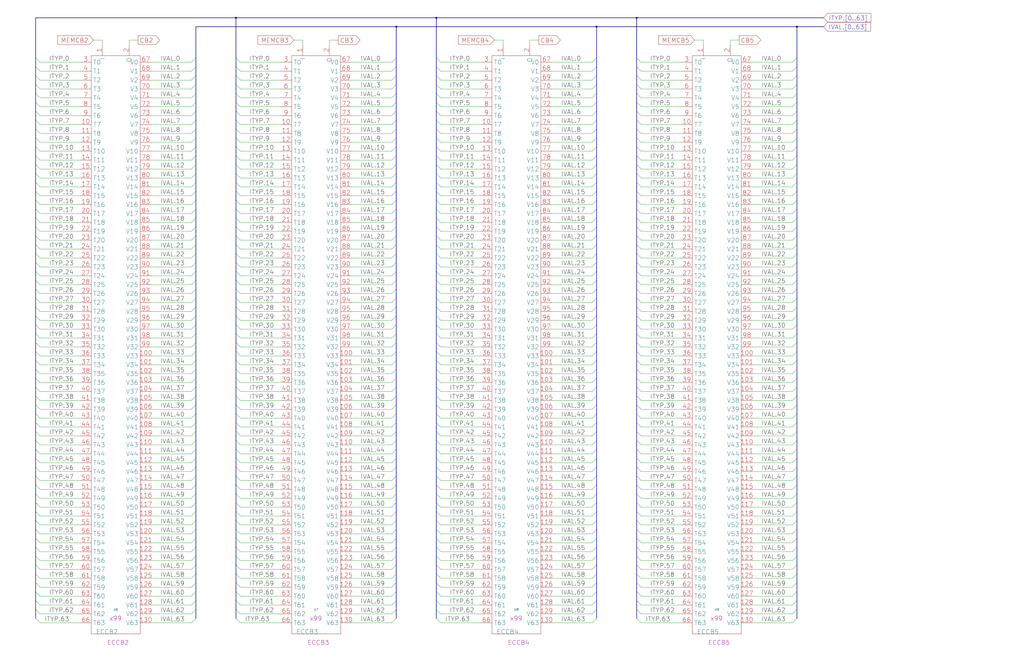
<source format=kicad_sch>
(kicad_sch (version 20230121) (generator eeschema)
  (paper "User" 584.2 378.46)
  (title_block (title "ERROR CHECKING & CORRECTION\\nCHECK BITS 2 & 3") (date "22-SEP-90") (rev "2.0") (comment 1 "IOC") (comment 2 "232-003061") (comment 3 "S400") (comment 4 "RELEASED"))
  (junction (at 248.92 10.16))
  (junction (at 363.22 10.16))
  (junction (at 226.06 15.24))
  (junction (at 340.36 15.24))
  (junction (at 134.62 10.16))
  (junction (at 454.66 15.24))
  (bus_entry (at 111.76 149.86) (size -2.54 2.54))
  (bus_entry (at 248.92 271.78) (size 2.54 2.54))
  (bus_entry (at 226.06 185.42) (size -2.54 2.54))
  (bus_entry (at 363.22 68.58) (size 2.54 2.54))
  (bus_entry (at 20.32 236.22) (size 2.54 2.54))
  (bus_entry (at 454.66 195.58) (size -2.54 2.54))
  (bus_entry (at 248.92 281.94) (size 2.54 2.54))
  (bus_entry (at 454.66 231.14) (size -2.54 2.54))
  (bus_entry (at 20.32 139.7) (size 2.54 2.54))
  (bus_entry (at 454.66 307.34) (size -2.54 2.54))
  (bus_entry (at 20.32 246.38) (size 2.54 2.54))
  (bus_entry (at 134.62 124.46) (size 2.54 2.54))
  (bus_entry (at 20.32 327.66) (size 2.54 2.54))
  (bus_entry (at 454.66 43.18) (size -2.54 2.54))
  (bus_entry (at 111.76 246.38) (size -2.54 2.54))
  (bus_entry (at 340.36 48.26) (size -2.54 2.54))
  (bus_entry (at 454.66 73.66) (size -2.54 2.54))
  (bus_entry (at 340.36 327.66) (size -2.54 2.54))
  (bus_entry (at 454.66 287.02) (size -2.54 2.54))
  (bus_entry (at 248.92 261.62) (size 2.54 2.54))
  (bus_entry (at 340.36 317.5) (size -2.54 2.54))
  (bus_entry (at 226.06 271.78) (size -2.54 2.54))
  (bus_entry (at 248.92 231.14) (size 2.54 2.54))
  (bus_entry (at 134.62 226.06) (size 2.54 2.54))
  (bus_entry (at 111.76 104.14) (size -2.54 2.54))
  (bus_entry (at 134.62 327.66) (size 2.54 2.54))
  (bus_entry (at 248.92 93.98) (size 2.54 2.54))
  (bus_entry (at 20.32 83.82) (size 2.54 2.54))
  (bus_entry (at 363.22 327.66) (size 2.54 2.54))
  (bus_entry (at 111.76 322.58) (size -2.54 2.54))
  (bus_entry (at 111.76 63.5) (size -2.54 2.54))
  (bus_entry (at 248.92 170.18) (size 2.54 2.54))
  (bus_entry (at 226.06 33.02) (size -2.54 2.54))
  (bus_entry (at 226.06 129.54) (size -2.54 2.54))
  (bus_entry (at 248.92 327.66) (size 2.54 2.54))
  (bus_entry (at 20.32 154.94) (size 2.54 2.54))
  (bus_entry (at 340.36 170.18) (size -2.54 2.54))
  (bus_entry (at 340.36 119.38) (size -2.54 2.54))
  (bus_entry (at 111.76 144.78) (size -2.54 2.54))
  (bus_entry (at 226.06 200.66) (size -2.54 2.54))
  (bus_entry (at 226.06 165.1) (size -2.54 2.54))
  (bus_entry (at 134.62 144.78) (size 2.54 2.54))
  (bus_entry (at 111.76 200.66) (size -2.54 2.54))
  (bus_entry (at 226.06 99.06) (size -2.54 2.54))
  (bus_entry (at 111.76 139.7) (size -2.54 2.54))
  (bus_entry (at 20.32 68.58) (size 2.54 2.54))
  (bus_entry (at 454.66 160.02) (size -2.54 2.54))
  (bus_entry (at 134.62 337.82) (size 2.54 2.54))
  (bus_entry (at 111.76 353.06) (size -2.54 2.54))
  (bus_entry (at 340.36 53.34) (size -2.54 2.54))
  (bus_entry (at 111.76 332.74) (size -2.54 2.54))
  (bus_entry (at 20.32 195.58) (size 2.54 2.54))
  (bus_entry (at 248.92 347.98) (size 2.54 2.54))
  (bus_entry (at 454.66 139.7) (size -2.54 2.54))
  (bus_entry (at 454.66 276.86) (size -2.54 2.54))
  (bus_entry (at 20.32 210.82) (size 2.54 2.54))
  (bus_entry (at 226.06 93.98) (size -2.54 2.54))
  (bus_entry (at 226.06 312.42) (size -2.54 2.54))
  (bus_entry (at 340.36 129.54) (size -2.54 2.54))
  (bus_entry (at 454.66 347.98) (size -2.54 2.54))
  (bus_entry (at 134.62 119.38) (size 2.54 2.54))
  (bus_entry (at 111.76 215.9) (size -2.54 2.54))
  (bus_entry (at 226.06 241.3) (size -2.54 2.54))
  (bus_entry (at 226.06 256.54) (size -2.54 2.54))
  (bus_entry (at 363.22 144.78) (size 2.54 2.54))
  (bus_entry (at 226.06 276.86) (size -2.54 2.54))
  (bus_entry (at 454.66 342.9) (size -2.54 2.54))
  (bus_entry (at 134.62 63.5) (size 2.54 2.54))
  (bus_entry (at 340.36 302.26) (size -2.54 2.54))
  (bus_entry (at 340.36 175.26) (size -2.54 2.54))
  (bus_entry (at 111.76 190.5) (size -2.54 2.54))
  (bus_entry (at 340.36 347.98) (size -2.54 2.54))
  (bus_entry (at 340.36 165.1) (size -2.54 2.54))
  (bus_entry (at 248.92 302.26) (size 2.54 2.54))
  (bus_entry (at 20.32 287.02) (size 2.54 2.54))
  (bus_entry (at 20.32 185.42) (size 2.54 2.54))
  (bus_entry (at 226.06 307.34) (size -2.54 2.54))
  (bus_entry (at 248.92 88.9) (size 2.54 2.54))
  (bus_entry (at 134.62 149.86) (size 2.54 2.54))
  (bus_entry (at 226.06 170.18) (size -2.54 2.54))
  (bus_entry (at 111.76 33.02) (size -2.54 2.54))
  (bus_entry (at 134.62 302.26) (size 2.54 2.54))
  (bus_entry (at 248.92 353.06) (size 2.54 2.54))
  (bus_entry (at 226.06 78.74) (size -2.54 2.54))
  (bus_entry (at 454.66 144.78) (size -2.54 2.54))
  (bus_entry (at 363.22 231.14) (size 2.54 2.54))
  (bus_entry (at 340.36 160.02) (size -2.54 2.54))
  (bus_entry (at 111.76 114.3) (size -2.54 2.54))
  (bus_entry (at 363.22 93.98) (size 2.54 2.54))
  (bus_entry (at 363.22 241.3) (size 2.54 2.54))
  (bus_entry (at 363.22 180.34) (size 2.54 2.54))
  (bus_entry (at 454.66 327.66) (size -2.54 2.54))
  (bus_entry (at 363.22 33.02) (size 2.54 2.54))
  (bus_entry (at 134.62 58.42) (size 2.54 2.54))
  (bus_entry (at 454.66 109.22) (size -2.54 2.54))
  (bus_entry (at 248.92 149.86) (size 2.54 2.54))
  (bus_entry (at 248.92 246.38) (size 2.54 2.54))
  (bus_entry (at 20.32 292.1) (size 2.54 2.54))
  (bus_entry (at 111.76 129.54) (size -2.54 2.54))
  (bus_entry (at 134.62 317.5) (size 2.54 2.54))
  (bus_entry (at 340.36 281.94) (size -2.54 2.54))
  (bus_entry (at 363.22 170.18) (size 2.54 2.54))
  (bus_entry (at 454.66 312.42) (size -2.54 2.54))
  (bus_entry (at 226.06 210.82) (size -2.54 2.54))
  (bus_entry (at 248.92 78.74) (size 2.54 2.54))
  (bus_entry (at 20.32 317.5) (size 2.54 2.54))
  (bus_entry (at 20.32 276.86) (size 2.54 2.54))
  (bus_entry (at 20.32 114.3) (size 2.54 2.54))
  (bus_entry (at 226.06 160.02) (size -2.54 2.54))
  (bus_entry (at 226.06 205.74) (size -2.54 2.54))
  (bus_entry (at 134.62 205.74) (size 2.54 2.54))
  (bus_entry (at 454.66 165.1) (size -2.54 2.54))
  (bus_entry (at 20.32 281.94) (size 2.54 2.54))
  (bus_entry (at 248.92 165.1) (size 2.54 2.54))
  (bus_entry (at 111.76 78.74) (size -2.54 2.54))
  (bus_entry (at 454.66 220.98) (size -2.54 2.54))
  (bus_entry (at 363.22 246.38) (size 2.54 2.54))
  (bus_entry (at 454.66 261.62) (size -2.54 2.54))
  (bus_entry (at 226.06 114.3) (size -2.54 2.54))
  (bus_entry (at 363.22 134.62) (size 2.54 2.54))
  (bus_entry (at 20.32 109.22) (size 2.54 2.54))
  (bus_entry (at 454.66 175.26) (size -2.54 2.54))
  (bus_entry (at 111.76 327.66) (size -2.54 2.54))
  (bus_entry (at 20.32 104.14) (size 2.54 2.54))
  (bus_entry (at 134.62 220.98) (size 2.54 2.54))
  (bus_entry (at 134.62 154.94) (size 2.54 2.54))
  (bus_entry (at 20.32 220.98) (size 2.54 2.54))
  (bus_entry (at 454.66 33.02) (size -2.54 2.54))
  (bus_entry (at 248.92 154.94) (size 2.54 2.54))
  (bus_entry (at 111.76 266.7) (size -2.54 2.54))
  (bus_entry (at 340.36 149.86) (size -2.54 2.54))
  (bus_entry (at 226.06 297.18) (size -2.54 2.54))
  (bus_entry (at 134.62 185.42) (size 2.54 2.54))
  (bus_entry (at 248.92 38.1) (size 2.54 2.54))
  (bus_entry (at 226.06 53.34) (size -2.54 2.54))
  (bus_entry (at 340.36 134.62) (size -2.54 2.54))
  (bus_entry (at 340.36 93.98) (size -2.54 2.54))
  (bus_entry (at 363.22 48.26) (size 2.54 2.54))
  (bus_entry (at 111.76 154.94) (size -2.54 2.54))
  (bus_entry (at 134.62 353.06) (size 2.54 2.54))
  (bus_entry (at 134.62 99.06) (size 2.54 2.54))
  (bus_entry (at 340.36 144.78) (size -2.54 2.54))
  (bus_entry (at 226.06 58.42) (size -2.54 2.54))
  (bus_entry (at 20.32 43.18) (size 2.54 2.54))
  (bus_entry (at 226.06 175.26) (size -2.54 2.54))
  (bus_entry (at 363.22 104.14) (size 2.54 2.54))
  (bus_entry (at 20.32 149.86) (size 2.54 2.54))
  (bus_entry (at 340.36 58.42) (size -2.54 2.54))
  (bus_entry (at 363.22 271.78) (size 2.54 2.54))
  (bus_entry (at 20.32 180.34) (size 2.54 2.54))
  (bus_entry (at 111.76 195.58) (size -2.54 2.54))
  (bus_entry (at 111.76 347.98) (size -2.54 2.54))
  (bus_entry (at 340.36 220.98) (size -2.54 2.54))
  (bus_entry (at 363.22 297.18) (size 2.54 2.54))
  (bus_entry (at 454.66 281.94) (size -2.54 2.54))
  (bus_entry (at 134.62 231.14) (size 2.54 2.54))
  (bus_entry (at 248.92 251.46) (size 2.54 2.54))
  (bus_entry (at 226.06 353.06) (size -2.54 2.54))
  (bus_entry (at 363.22 190.5) (size 2.54 2.54))
  (bus_entry (at 111.76 261.62) (size -2.54 2.54))
  (bus_entry (at 111.76 271.78) (size -2.54 2.54))
  (bus_entry (at 363.22 124.46) (size 2.54 2.54))
  (bus_entry (at 134.62 165.1) (size 2.54 2.54))
  (bus_entry (at 20.32 353.06) (size 2.54 2.54))
  (bus_entry (at 20.32 53.34) (size 2.54 2.54))
  (bus_entry (at 363.22 261.62) (size 2.54 2.54))
  (bus_entry (at 20.32 93.98) (size 2.54 2.54))
  (bus_entry (at 248.92 200.66) (size 2.54 2.54))
  (bus_entry (at 134.62 347.98) (size 2.54 2.54))
  (bus_entry (at 134.62 241.3) (size 2.54 2.54))
  (bus_entry (at 226.06 154.94) (size -2.54 2.54))
  (bus_entry (at 134.62 43.18) (size 2.54 2.54))
  (bus_entry (at 20.32 144.78) (size 2.54 2.54))
  (bus_entry (at 363.22 256.54) (size 2.54 2.54))
  (bus_entry (at 111.76 73.66) (size -2.54 2.54))
  (bus_entry (at 20.32 170.18) (size 2.54 2.54))
  (bus_entry (at 111.76 68.58) (size -2.54 2.54))
  (bus_entry (at 340.36 190.5) (size -2.54 2.54))
  (bus_entry (at 20.32 256.54) (size 2.54 2.54))
  (bus_entry (at 340.36 226.06) (size -2.54 2.54))
  (bus_entry (at 248.92 119.38) (size 2.54 2.54))
  (bus_entry (at 226.06 327.66) (size -2.54 2.54))
  (bus_entry (at 340.36 114.3) (size -2.54 2.54))
  (bus_entry (at 226.06 302.26) (size -2.54 2.54))
  (bus_entry (at 454.66 48.26) (size -2.54 2.54))
  (bus_entry (at 20.32 190.5) (size 2.54 2.54))
  (bus_entry (at 363.22 342.9) (size 2.54 2.54))
  (bus_entry (at 134.62 190.5) (size 2.54 2.54))
  (bus_entry (at 111.76 302.26) (size -2.54 2.54))
  (bus_entry (at 20.32 165.1) (size 2.54 2.54))
  (bus_entry (at 454.66 292.1) (size -2.54 2.54))
  (bus_entry (at 363.22 281.94) (size 2.54 2.54))
  (bus_entry (at 111.76 119.38) (size -2.54 2.54))
  (bus_entry (at 134.62 236.22) (size 2.54 2.54))
  (bus_entry (at 134.62 48.26) (size 2.54 2.54))
  (bus_entry (at 226.06 215.9) (size -2.54 2.54))
  (bus_entry (at 248.92 185.42) (size 2.54 2.54))
  (bus_entry (at 226.06 134.62) (size -2.54 2.54))
  (bus_entry (at 20.32 342.9) (size 2.54 2.54))
  (bus_entry (at 363.22 266.7) (size 2.54 2.54))
  (bus_entry (at 226.06 104.14) (size -2.54 2.54))
  (bus_entry (at 363.22 73.66) (size 2.54 2.54))
  (bus_entry (at 20.32 129.54) (size 2.54 2.54))
  (bus_entry (at 248.92 276.86) (size 2.54 2.54))
  (bus_entry (at 111.76 342.9) (size -2.54 2.54))
  (bus_entry (at 363.22 200.66) (size 2.54 2.54))
  (bus_entry (at 20.32 337.82) (size 2.54 2.54))
  (bus_entry (at 111.76 226.06) (size -2.54 2.54))
  (bus_entry (at 454.66 256.54) (size -2.54 2.54))
  (bus_entry (at 134.62 114.3) (size 2.54 2.54))
  (bus_entry (at 111.76 99.06) (size -2.54 2.54))
  (bus_entry (at 454.66 200.66) (size -2.54 2.54))
  (bus_entry (at 20.32 200.66) (size 2.54 2.54))
  (bus_entry (at 363.22 337.82) (size 2.54 2.54))
  (bus_entry (at 363.22 210.82) (size 2.54 2.54))
  (bus_entry (at 20.32 88.9) (size 2.54 2.54))
  (bus_entry (at 454.66 83.82) (size -2.54 2.54))
  (bus_entry (at 20.32 38.1) (size 2.54 2.54))
  (bus_entry (at 454.66 58.42) (size -2.54 2.54))
  (bus_entry (at 248.92 129.54) (size 2.54 2.54))
  (bus_entry (at 226.06 246.38) (size -2.54 2.54))
  (bus_entry (at 20.32 347.98) (size 2.54 2.54))
  (bus_entry (at 111.76 317.5) (size -2.54 2.54))
  (bus_entry (at 134.62 251.46) (size 2.54 2.54))
  (bus_entry (at 363.22 317.5) (size 2.54 2.54))
  (bus_entry (at 248.92 236.22) (size 2.54 2.54))
  (bus_entry (at 20.32 63.5) (size 2.54 2.54))
  (bus_entry (at 20.32 124.46) (size 2.54 2.54))
  (bus_entry (at 454.66 185.42) (size -2.54 2.54))
  (bus_entry (at 111.76 180.34) (size -2.54 2.54))
  (bus_entry (at 111.76 48.26) (size -2.54 2.54))
  (bus_entry (at 226.06 119.38) (size -2.54 2.54))
  (bus_entry (at 111.76 337.82) (size -2.54 2.54))
  (bus_entry (at 340.36 236.22) (size -2.54 2.54))
  (bus_entry (at 340.36 88.9) (size -2.54 2.54))
  (bus_entry (at 134.62 195.58) (size 2.54 2.54))
  (bus_entry (at 363.22 292.1) (size 2.54 2.54))
  (bus_entry (at 454.66 93.98) (size -2.54 2.54))
  (bus_entry (at 134.62 271.78) (size 2.54 2.54))
  (bus_entry (at 363.22 226.06) (size 2.54 2.54))
  (bus_entry (at 248.92 195.58) (size 2.54 2.54))
  (bus_entry (at 248.92 124.46) (size 2.54 2.54))
  (bus_entry (at 226.06 317.5) (size -2.54 2.54))
  (bus_entry (at 111.76 281.94) (size -2.54 2.54))
  (bus_entry (at 454.66 63.5) (size -2.54 2.54))
  (bus_entry (at 226.06 332.74) (size -2.54 2.54))
  (bus_entry (at 363.22 58.42) (size 2.54 2.54))
  (bus_entry (at 226.06 281.94) (size -2.54 2.54))
  (bus_entry (at 454.66 180.34) (size -2.54 2.54))
  (bus_entry (at 134.62 160.02) (size 2.54 2.54))
  (bus_entry (at 226.06 139.7) (size -2.54 2.54))
  (bus_entry (at 340.36 154.94) (size -2.54 2.54))
  (bus_entry (at 226.06 63.5) (size -2.54 2.54))
  (bus_entry (at 134.62 307.34) (size 2.54 2.54))
  (bus_entry (at 134.62 281.94) (size 2.54 2.54))
  (bus_entry (at 454.66 134.62) (size -2.54 2.54))
  (bus_entry (at 111.76 205.74) (size -2.54 2.54))
  (bus_entry (at 340.36 78.74) (size -2.54 2.54))
  (bus_entry (at 134.62 210.82) (size 2.54 2.54))
  (bus_entry (at 20.32 271.78) (size 2.54 2.54))
  (bus_entry (at 454.66 88.9) (size -2.54 2.54))
  (bus_entry (at 134.62 38.1) (size 2.54 2.54))
  (bus_entry (at 111.76 241.3) (size -2.54 2.54))
  (bus_entry (at 226.06 88.9) (size -2.54 2.54))
  (bus_entry (at 454.66 271.78) (size -2.54 2.54))
  (bus_entry (at 20.32 175.26) (size 2.54 2.54))
  (bus_entry (at 248.92 307.34) (size 2.54 2.54))
  (bus_entry (at 20.32 322.58) (size 2.54 2.54))
  (bus_entry (at 340.36 68.58) (size -2.54 2.54))
  (bus_entry (at 454.66 154.94) (size -2.54 2.54))
  (bus_entry (at 340.36 38.1) (size -2.54 2.54))
  (bus_entry (at 340.36 312.42) (size -2.54 2.54))
  (bus_entry (at 340.36 83.82) (size -2.54 2.54))
  (bus_entry (at 248.92 287.02) (size 2.54 2.54))
  (bus_entry (at 111.76 83.82) (size -2.54 2.54))
  (bus_entry (at 248.92 43.18) (size 2.54 2.54))
  (bus_entry (at 20.32 48.26) (size 2.54 2.54))
  (bus_entry (at 20.32 266.7) (size 2.54 2.54))
  (bus_entry (at 134.62 256.54) (size 2.54 2.54))
  (bus_entry (at 363.22 43.18) (size 2.54 2.54))
  (bus_entry (at 111.76 287.02) (size -2.54 2.54))
  (bus_entry (at 340.36 124.46) (size -2.54 2.54))
  (bus_entry (at 340.36 261.62) (size -2.54 2.54))
  (bus_entry (at 20.32 205.74) (size 2.54 2.54))
  (bus_entry (at 111.76 220.98) (size -2.54 2.54))
  (bus_entry (at 363.22 175.26) (size 2.54 2.54))
  (bus_entry (at 363.22 139.7) (size 2.54 2.54))
  (bus_entry (at 134.62 200.66) (size 2.54 2.54))
  (bus_entry (at 134.62 180.34) (size 2.54 2.54))
  (bus_entry (at 340.36 246.38) (size -2.54 2.54))
  (bus_entry (at 340.36 180.34) (size -2.54 2.54))
  (bus_entry (at 226.06 261.62) (size -2.54 2.54))
  (bus_entry (at 111.76 58.42) (size -2.54 2.54))
  (bus_entry (at 363.22 236.22) (size 2.54 2.54))
  (bus_entry (at 248.92 73.66) (size 2.54 2.54))
  (bus_entry (at 340.36 241.3) (size -2.54 2.54))
  (bus_entry (at 454.66 205.74) (size -2.54 2.54))
  (bus_entry (at 248.92 109.22) (size 2.54 2.54))
  (bus_entry (at 134.62 83.82) (size 2.54 2.54))
  (bus_entry (at 363.22 185.42) (size 2.54 2.54))
  (bus_entry (at 363.22 332.74) (size 2.54 2.54))
  (bus_entry (at 134.62 266.7) (size 2.54 2.54))
  (bus_entry (at 363.22 205.74) (size 2.54 2.54))
  (bus_entry (at 363.22 149.86) (size 2.54 2.54))
  (bus_entry (at 363.22 276.86) (size 2.54 2.54))
  (bus_entry (at 111.76 292.1) (size -2.54 2.54))
  (bus_entry (at 340.36 215.9) (size -2.54 2.54))
  (bus_entry (at 340.36 332.74) (size -2.54 2.54))
  (bus_entry (at 340.36 307.34) (size -2.54 2.54))
  (bus_entry (at 248.92 241.3) (size 2.54 2.54))
  (bus_entry (at 134.62 134.62) (size 2.54 2.54))
  (bus_entry (at 248.92 342.9) (size 2.54 2.54))
  (bus_entry (at 248.92 256.54) (size 2.54 2.54))
  (bus_entry (at 226.06 292.1) (size -2.54 2.54))
  (bus_entry (at 454.66 38.1) (size -2.54 2.54))
  (bus_entry (at 363.22 307.34) (size 2.54 2.54))
  (bus_entry (at 340.36 322.58) (size -2.54 2.54))
  (bus_entry (at 248.92 180.34) (size 2.54 2.54))
  (bus_entry (at 248.92 68.58) (size 2.54 2.54))
  (bus_entry (at 248.92 322.58) (size 2.54 2.54))
  (bus_entry (at 454.66 129.54) (size -2.54 2.54))
  (bus_entry (at 363.22 63.5) (size 2.54 2.54))
  (bus_entry (at 248.92 312.42) (size 2.54 2.54))
  (bus_entry (at 20.32 307.34) (size 2.54 2.54))
  (bus_entry (at 454.66 317.5) (size -2.54 2.54))
  (bus_entry (at 340.36 185.42) (size -2.54 2.54))
  (bus_entry (at 20.32 33.02) (size 2.54 2.54))
  (bus_entry (at 111.76 160.02) (size -2.54 2.54))
  (bus_entry (at 363.22 129.54) (size 2.54 2.54))
  (bus_entry (at 111.76 256.54) (size -2.54 2.54))
  (bus_entry (at 248.92 175.26) (size 2.54 2.54))
  (bus_entry (at 20.32 160.02) (size 2.54 2.54))
  (bus_entry (at 134.62 175.26) (size 2.54 2.54))
  (bus_entry (at 134.62 93.98) (size 2.54 2.54))
  (bus_entry (at 248.92 48.26) (size 2.54 2.54))
  (bus_entry (at 20.32 73.66) (size 2.54 2.54))
  (bus_entry (at 226.06 68.58) (size -2.54 2.54))
  (bus_entry (at 454.66 353.06) (size -2.54 2.54))
  (bus_entry (at 363.22 38.1) (size 2.54 2.54))
  (bus_entry (at 134.62 73.66) (size 2.54 2.54))
  (bus_entry (at 363.22 322.58) (size 2.54 2.54))
  (bus_entry (at 20.32 231.14) (size 2.54 2.54))
  (bus_entry (at 340.36 297.18) (size -2.54 2.54))
  (bus_entry (at 134.62 104.14) (size 2.54 2.54))
  (bus_entry (at 340.36 43.18) (size -2.54 2.54))
  (bus_entry (at 134.62 261.62) (size 2.54 2.54))
  (bus_entry (at 454.66 337.82) (size -2.54 2.54))
  (bus_entry (at 248.92 292.1) (size 2.54 2.54))
  (bus_entry (at 454.66 322.58) (size -2.54 2.54))
  (bus_entry (at 134.62 88.9) (size 2.54 2.54))
  (bus_entry (at 20.32 251.46) (size 2.54 2.54))
  (bus_entry (at 20.32 78.74) (size 2.54 2.54))
  (bus_entry (at 134.62 109.22) (size 2.54 2.54))
  (bus_entry (at 363.22 88.9) (size 2.54 2.54))
  (bus_entry (at 20.32 302.26) (size 2.54 2.54))
  (bus_entry (at 134.62 129.54) (size 2.54 2.54))
  (bus_entry (at 248.92 83.82) (size 2.54 2.54))
  (bus_entry (at 340.36 195.58) (size -2.54 2.54))
  (bus_entry (at 134.62 53.34) (size 2.54 2.54))
  (bus_entry (at 340.36 109.22) (size -2.54 2.54))
  (bus_entry (at 363.22 83.82) (size 2.54 2.54))
  (bus_entry (at 248.92 226.06) (size 2.54 2.54))
  (bus_entry (at 363.22 78.74) (size 2.54 2.54))
  (bus_entry (at 454.66 99.06) (size -2.54 2.54))
  (bus_entry (at 111.76 276.86) (size -2.54 2.54))
  (bus_entry (at 134.62 78.74) (size 2.54 2.54))
  (bus_entry (at 248.92 63.5) (size 2.54 2.54))
  (bus_entry (at 111.76 231.14) (size -2.54 2.54))
  (bus_entry (at 111.76 53.34) (size -2.54 2.54))
  (bus_entry (at 226.06 342.9) (size -2.54 2.54))
  (bus_entry (at 340.36 292.1) (size -2.54 2.54))
  (bus_entry (at 248.92 220.98) (size 2.54 2.54))
  (bus_entry (at 134.62 287.02) (size 2.54 2.54))
  (bus_entry (at 111.76 165.1) (size -2.54 2.54))
  (bus_entry (at 454.66 190.5) (size -2.54 2.54))
  (bus_entry (at 363.22 302.26) (size 2.54 2.54))
  (bus_entry (at 363.22 251.46) (size 2.54 2.54))
  (bus_entry (at 134.62 33.02) (size 2.54 2.54))
  (bus_entry (at 226.06 48.26) (size -2.54 2.54))
  (bus_entry (at 363.22 99.06) (size 2.54 2.54))
  (bus_entry (at 454.66 68.58) (size -2.54 2.54))
  (bus_entry (at 226.06 180.34) (size -2.54 2.54))
  (bus_entry (at 248.92 134.62) (size 2.54 2.54))
  (bus_entry (at 226.06 73.66) (size -2.54 2.54))
  (bus_entry (at 248.92 114.3) (size 2.54 2.54))
  (bus_entry (at 454.66 114.3) (size -2.54 2.54))
  (bus_entry (at 111.76 93.98) (size -2.54 2.54))
  (bus_entry (at 340.36 73.66) (size -2.54 2.54))
  (bus_entry (at 340.36 271.78) (size -2.54 2.54))
  (bus_entry (at 134.62 139.7) (size 2.54 2.54))
  (bus_entry (at 340.36 139.7) (size -2.54 2.54))
  (bus_entry (at 20.32 99.06) (size 2.54 2.54))
  (bus_entry (at 20.32 134.62) (size 2.54 2.54))
  (bus_entry (at 134.62 322.58) (size 2.54 2.54))
  (bus_entry (at 111.76 236.22) (size -2.54 2.54))
  (bus_entry (at 226.06 124.46) (size -2.54 2.54))
  (bus_entry (at 340.36 287.02) (size -2.54 2.54))
  (bus_entry (at 340.36 104.14) (size -2.54 2.54))
  (bus_entry (at 454.66 149.86) (size -2.54 2.54))
  (bus_entry (at 363.22 119.38) (size 2.54 2.54))
  (bus_entry (at 226.06 83.82) (size -2.54 2.54))
  (bus_entry (at 248.92 58.42) (size 2.54 2.54))
  (bus_entry (at 226.06 220.98) (size -2.54 2.54))
  (bus_entry (at 340.36 63.5) (size -2.54 2.54))
  (bus_entry (at 248.92 332.74) (size 2.54 2.54))
  (bus_entry (at 134.62 292.1) (size 2.54 2.54))
  (bus_entry (at 248.92 53.34) (size 2.54 2.54))
  (bus_entry (at 134.62 246.38) (size 2.54 2.54))
  (bus_entry (at 454.66 251.46) (size -2.54 2.54))
  (bus_entry (at 248.92 317.5) (size 2.54 2.54))
  (bus_entry (at 248.92 205.74) (size 2.54 2.54))
  (bus_entry (at 363.22 287.02) (size 2.54 2.54))
  (bus_entry (at 111.76 175.26) (size -2.54 2.54))
  (bus_entry (at 454.66 210.82) (size -2.54 2.54))
  (bus_entry (at 226.06 236.22) (size -2.54 2.54))
  (bus_entry (at 226.06 144.78) (size -2.54 2.54))
  (bus_entry (at 363.22 312.42) (size 2.54 2.54))
  (bus_entry (at 454.66 266.7) (size -2.54 2.54))
  (bus_entry (at 226.06 195.58) (size -2.54 2.54))
  (bus_entry (at 134.62 276.86) (size 2.54 2.54))
  (bus_entry (at 20.32 215.9) (size 2.54 2.54))
  (bus_entry (at 226.06 322.58) (size -2.54 2.54))
  (bus_entry (at 111.76 109.22) (size -2.54 2.54))
  (bus_entry (at 20.32 119.38) (size 2.54 2.54))
  (bus_entry (at 248.92 215.9) (size 2.54 2.54))
  (bus_entry (at 363.22 160.02) (size 2.54 2.54))
  (bus_entry (at 226.06 149.86) (size -2.54 2.54))
  (bus_entry (at 454.66 215.9) (size -2.54 2.54))
  (bus_entry (at 248.92 160.02) (size 2.54 2.54))
  (bus_entry (at 340.36 251.46) (size -2.54 2.54))
  (bus_entry (at 111.76 38.1) (size -2.54 2.54))
  (bus_entry (at 454.66 226.06) (size -2.54 2.54))
  (bus_entry (at 111.76 170.18) (size -2.54 2.54))
  (bus_entry (at 111.76 88.9) (size -2.54 2.54))
  (bus_entry (at 20.32 312.42) (size 2.54 2.54))
  (bus_entry (at 340.36 231.14) (size -2.54 2.54))
  (bus_entry (at 226.06 266.7) (size -2.54 2.54))
  (bus_entry (at 363.22 53.34) (size 2.54 2.54))
  (bus_entry (at 20.32 58.42) (size 2.54 2.54))
  (bus_entry (at 454.66 124.46) (size -2.54 2.54))
  (bus_entry (at 226.06 190.5) (size -2.54 2.54))
  (bus_entry (at 363.22 109.22) (size 2.54 2.54))
  (bus_entry (at 134.62 68.58) (size 2.54 2.54))
  (bus_entry (at 111.76 185.42) (size -2.54 2.54))
  (bus_entry (at 340.36 205.74) (size -2.54 2.54))
  (bus_entry (at 340.36 266.7) (size -2.54 2.54))
  (bus_entry (at 226.06 43.18) (size -2.54 2.54))
  (bus_entry (at 111.76 43.18) (size -2.54 2.54))
  (bus_entry (at 454.66 241.3) (size -2.54 2.54))
  (bus_entry (at 248.92 104.14) (size 2.54 2.54))
  (bus_entry (at 248.92 266.7) (size 2.54 2.54))
  (bus_entry (at 340.36 342.9) (size -2.54 2.54))
  (bus_entry (at 454.66 170.18) (size -2.54 2.54))
  (bus_entry (at 20.32 241.3) (size 2.54 2.54))
  (bus_entry (at 20.32 297.18) (size 2.54 2.54))
  (bus_entry (at 111.76 124.46) (size -2.54 2.54))
  (bus_entry (at 363.22 114.3) (size 2.54 2.54))
  (bus_entry (at 363.22 347.98) (size 2.54 2.54))
  (bus_entry (at 363.22 154.94) (size 2.54 2.54))
  (bus_entry (at 20.32 332.74) (size 2.54 2.54))
  (bus_entry (at 454.66 332.74) (size -2.54 2.54))
  (bus_entry (at 226.06 231.14) (size -2.54 2.54))
  (bus_entry (at 454.66 297.18) (size -2.54 2.54))
  (bus_entry (at 340.36 99.06) (size -2.54 2.54))
  (bus_entry (at 226.06 109.22) (size -2.54 2.54))
  (bus_entry (at 111.76 251.46) (size -2.54 2.54))
  (bus_entry (at 340.36 337.82) (size -2.54 2.54))
  (bus_entry (at 226.06 287.02) (size -2.54 2.54))
  (bus_entry (at 454.66 78.74) (size -2.54 2.54))
  (bus_entry (at 111.76 210.82) (size -2.54 2.54))
  (bus_entry (at 111.76 307.34) (size -2.54 2.54))
  (bus_entry (at 20.32 261.62) (size 2.54 2.54))
  (bus_entry (at 134.62 215.9) (size 2.54 2.54))
  (bus_entry (at 454.66 302.26) (size -2.54 2.54))
  (bus_entry (at 454.66 119.38) (size -2.54 2.54))
  (bus_entry (at 340.36 33.02) (size -2.54 2.54))
  (bus_entry (at 111.76 297.18) (size -2.54 2.54))
  (bus_entry (at 134.62 332.74) (size 2.54 2.54))
  (bus_entry (at 454.66 246.38) (size -2.54 2.54))
  (bus_entry (at 454.66 104.14) (size -2.54 2.54))
  (bus_entry (at 363.22 353.06) (size 2.54 2.54))
  (bus_entry (at 226.06 337.82) (size -2.54 2.54))
  (bus_entry (at 226.06 251.46) (size -2.54 2.54))
  (bus_entry (at 248.92 144.78) (size 2.54 2.54))
  (bus_entry (at 454.66 236.22) (size -2.54 2.54))
  (bus_entry (at 111.76 134.62) (size -2.54 2.54))
  (bus_entry (at 340.36 353.06) (size -2.54 2.54))
  (bus_entry (at 363.22 165.1) (size 2.54 2.54))
  (bus_entry (at 363.22 195.58) (size 2.54 2.54))
  (bus_entry (at 340.36 276.86) (size -2.54 2.54))
  (bus_entry (at 248.92 210.82) (size 2.54 2.54))
  (bus_entry (at 226.06 38.1) (size -2.54 2.54))
  (bus_entry (at 248.92 99.06) (size 2.54 2.54))
  (bus_entry (at 134.62 170.18) (size 2.54 2.54))
  (bus_entry (at 248.92 337.82) (size 2.54 2.54))
  (bus_entry (at 111.76 312.42) (size -2.54 2.54))
  (bus_entry (at 226.06 226.06) (size -2.54 2.54))
  (bus_entry (at 340.36 200.66) (size -2.54 2.54))
  (bus_entry (at 454.66 53.34) (size -2.54 2.54))
  (bus_entry (at 134.62 297.18) (size 2.54 2.54))
  (bus_entry (at 248.92 297.18) (size 2.54 2.54))
  (bus_entry (at 363.22 215.9) (size 2.54 2.54))
  (bus_entry (at 248.92 190.5) (size 2.54 2.54))
  (bus_entry (at 340.36 210.82) (size -2.54 2.54))
  (bus_entry (at 248.92 139.7) (size 2.54 2.54))
  (bus_entry (at 226.06 347.98) (size -2.54 2.54))
  (bus_entry (at 134.62 312.42) (size 2.54 2.54))
  (bus_entry (at 340.36 256.54) (size -2.54 2.54))
  (bus_entry (at 363.22 220.98) (size 2.54 2.54))
  (bus_entry (at 134.62 342.9) (size 2.54 2.54))
  (bus_entry (at 248.92 33.02) (size 2.54 2.54))
  (bus_entry (at 20.32 226.06) (size 2.54 2.54))
  (wire (pts (xy 365.76 340.36) (xy 388.62 340.36)))
  (bus (pts (xy 20.32 33.02) (xy 20.32 38.1)))
  (bus (pts (xy 340.36 144.78) (xy 340.36 149.86)))
  (bus (pts (xy 340.36 236.22) (xy 340.36 241.3)))
  (wire (pts (xy 337.82 71.12) (xy 314.96 71.12)))
  (bus (pts (xy 340.36 83.82) (xy 340.36 88.9)))
  (bus (pts (xy 363.22 276.86) (xy 363.22 281.94)))
  (bus (pts (xy 248.92 63.5) (xy 248.92 68.58)))
  (bus (pts (xy 363.22 342.9) (xy 363.22 347.98)))
  (bus (pts (xy 340.36 200.66) (xy 340.36 205.74)))
  (wire (pts (xy 337.82 350.52) (xy 314.96 350.52)))
  (bus (pts (xy 454.66 88.9) (xy 454.66 93.98)))
  (bus (pts (xy 340.36 175.26) (xy 340.36 180.34)))
  (bus (pts (xy 111.76 139.7) (xy 111.76 144.78)))
  (bus (pts (xy 340.36 215.9) (xy 340.36 220.98)))
  (wire (pts (xy 137.16 264.16) (xy 160.02 264.16)))
  (wire (pts (xy 223.52 132.08) (xy 200.66 132.08)))
  (wire (pts (xy 337.82 203.2) (xy 314.96 203.2)))
  (wire (pts (xy 365.76 96.52) (xy 388.62 96.52)))
  (bus (pts (xy 340.36 210.82) (xy 340.36 215.9)))
  (bus (pts (xy 248.92 307.34) (xy 248.92 312.42)))
  (wire (pts (xy 452.12 71.12) (xy 429.26 71.12)))
  (wire (pts (xy 22.86 132.08) (xy 45.72 132.08)))
  (bus (pts (xy 134.62 114.3) (xy 134.62 119.38)))
  (wire (pts (xy 337.82 76.2) (xy 314.96 76.2)))
  (bus (pts (xy 134.62 292.1) (xy 134.62 297.18)))
  (bus (pts (xy 134.62 210.82) (xy 134.62 215.9)))
  (wire (pts (xy 223.52 203.2) (xy 200.66 203.2)))
  (bus (pts (xy 134.62 256.54) (xy 134.62 261.62)))
  (wire (pts (xy 137.16 167.64) (xy 160.02 167.64)))
  (wire (pts (xy 337.82 294.64) (xy 314.96 294.64)))
  (bus (pts (xy 340.36 332.74) (xy 340.36 337.82)))
  (wire (pts (xy 251.46 330.2) (xy 274.32 330.2)))
  (bus (pts (xy 363.22 220.98) (xy 363.22 226.06)))
  (wire (pts (xy 223.52 320.04) (xy 200.66 320.04)))
  (bus (pts (xy 111.76 33.02) (xy 111.76 38.1)))
  (wire (pts (xy 223.52 228.6) (xy 200.66 228.6)))
  (bus (pts (xy 248.92 251.46) (xy 248.92 256.54)))
  (wire (pts (xy 251.46 157.48) (xy 274.32 157.48)))
  (wire (pts (xy 251.46 233.68) (xy 274.32 233.68)))
  (bus (pts (xy 248.92 342.9) (xy 248.92 347.98)))
  (bus (pts (xy 248.92 99.06) (xy 248.92 104.14)))
  (bus (pts (xy 454.66 58.42) (xy 454.66 63.5)))
  (wire (pts (xy 137.16 330.2) (xy 160.02 330.2)))
  (wire (pts (xy 172.72 22.86) (xy 172.72 25.4)))
  (bus (pts (xy 20.32 83.82) (xy 20.32 88.9)))
  (wire (pts (xy 452.12 340.36) (xy 429.26 340.36)))
  (wire (pts (xy 223.52 66.04) (xy 200.66 66.04)))
  (wire (pts (xy 22.86 137.16) (xy 45.72 137.16)))
  (bus (pts (xy 134.62 149.86) (xy 134.62 154.94)))
  (wire (pts (xy 109.22 193.04) (xy 86.36 193.04)))
  (bus (pts (xy 340.36 342.9) (xy 340.36 347.98)))
  (wire (pts (xy 137.16 86.36) (xy 160.02 86.36)))
  (wire (pts (xy 337.82 309.88) (xy 314.96 309.88)))
  (wire (pts (xy 365.76 345.44) (xy 388.62 345.44)))
  (bus (pts (xy 248.92 261.62) (xy 248.92 266.7)))
  (wire (pts (xy 365.76 187.96) (xy 388.62 187.96)))
  (bus (pts (xy 248.92 332.74) (xy 248.92 337.82)))
  (wire (pts (xy 223.52 142.24) (xy 200.66 142.24)))
  (bus (pts (xy 111.76 241.3) (xy 111.76 246.38)))
  (bus (pts (xy 248.92 124.46) (xy 248.92 129.54)))
  (wire (pts (xy 137.16 218.44) (xy 160.02 218.44)))
  (bus (pts (xy 20.32 144.78) (xy 20.32 149.86)))
  (bus (pts (xy 363.22 281.94) (xy 363.22 287.02)))
  (wire (pts (xy 365.76 320.04) (xy 388.62 320.04)))
  (bus (pts (xy 20.32 119.38) (xy 20.32 124.46)))
  (wire (pts (xy 452.12 187.96) (xy 429.26 187.96)))
  (wire (pts (xy 109.22 314.96) (xy 86.36 314.96)))
  (wire (pts (xy 22.86 309.88) (xy 45.72 309.88)))
  (bus (pts (xy 340.36 15.24) (xy 340.36 33.02)))
  (wire (pts (xy 109.22 309.88) (xy 86.36 309.88)))
  (wire (pts (xy 137.16 228.6) (xy 160.02 228.6)))
  (bus (pts (xy 454.66 68.58) (xy 454.66 73.66)))
  (bus (pts (xy 340.36 48.26) (xy 340.36 53.34)))
  (wire (pts (xy 251.46 314.96) (xy 274.32 314.96)))
  (wire (pts (xy 109.22 238.76) (xy 86.36 238.76)))
  (wire (pts (xy 365.76 350.52) (xy 388.62 350.52)))
  (wire (pts (xy 365.76 60.96) (xy 388.62 60.96)))
  (wire (pts (xy 109.22 279.4) (xy 86.36 279.4)))
  (wire (pts (xy 22.86 254) (xy 45.72 254)))
  (wire (pts (xy 223.52 355.6) (xy 200.66 355.6)))
  (wire (pts (xy 337.82 167.64) (xy 314.96 167.64)))
  (wire (pts (xy 251.46 309.88) (xy 274.32 309.88)))
  (wire (pts (xy 365.76 91.44) (xy 388.62 91.44)))
  (wire (pts (xy 137.16 172.72) (xy 160.02 172.72)))
  (wire (pts (xy 452.12 243.84) (xy 429.26 243.84)))
  (wire (pts (xy 452.12 299.72) (xy 429.26 299.72)))
  (wire (pts (xy 137.16 71.12) (xy 160.02 71.12)))
  (wire (pts (xy 452.12 81.28) (xy 429.26 81.28)))
  (wire (pts (xy 337.82 187.96) (xy 314.96 187.96)))
  (bus (pts (xy 111.76 312.42) (xy 111.76 317.5)))
  (wire (pts (xy 365.76 35.56) (xy 388.62 35.56)))
  (wire (pts (xy 365.76 152.4) (xy 388.62 152.4)))
  (wire (pts (xy 365.76 274.32) (xy 388.62 274.32)))
  (bus (pts (xy 20.32 38.1) (xy 20.32 43.18)))
  (bus (pts (xy 248.92 200.66) (xy 248.92 205.74)))
  (bus (pts (xy 226.06 33.02) (xy 226.06 38.1)))
  (bus (pts (xy 248.92 287.02) (xy 248.92 292.1)))
  (wire (pts (xy 22.86 243.84) (xy 45.72 243.84)))
  (wire (pts (xy 22.86 187.96) (xy 45.72 187.96)))
  (bus (pts (xy 111.76 215.9) (xy 111.76 220.98)))
  (wire (pts (xy 452.12 213.36) (xy 429.26 213.36)))
  (bus (pts (xy 226.06 48.26) (xy 226.06 53.34)))
  (wire (pts (xy 22.86 193.04) (xy 45.72 193.04)))
  (bus (pts (xy 248.92 231.14) (xy 248.92 236.22)))
  (wire (pts (xy 365.76 106.68) (xy 388.62 106.68)))
  (bus (pts (xy 134.62 342.9) (xy 134.62 347.98)))
  (wire (pts (xy 22.86 345.44) (xy 45.72 345.44)))
  (wire (pts (xy 22.86 269.24) (xy 45.72 269.24)))
  (bus (pts (xy 20.32 10.16) (xy 20.32 33.02)))
  (bus (pts (xy 454.66 226.06) (xy 454.66 231.14)))
  (wire (pts (xy 452.12 198.12) (xy 429.26 198.12)))
  (wire (pts (xy 22.86 233.68) (xy 45.72 233.68)))
  (wire (pts (xy 223.52 45.72) (xy 200.66 45.72)))
  (wire (pts (xy 193.04 22.86) (xy 187.96 22.86)))
  (wire (pts (xy 251.46 162.56) (xy 274.32 162.56)))
  (bus (pts (xy 134.62 10.16) (xy 20.32 10.16)))
  (wire (pts (xy 22.86 127) (xy 45.72 127)))
  (bus (pts (xy 20.32 297.18) (xy 20.32 302.26)))
  (wire (pts (xy 251.46 228.6) (xy 274.32 228.6)))
  (wire (pts (xy 452.12 279.4) (xy 429.26 279.4)))
  (bus (pts (xy 340.36 251.46) (xy 340.36 256.54)))
  (bus (pts (xy 454.66 276.86) (xy 454.66 281.94)))
  (wire (pts (xy 337.82 248.92) (xy 314.96 248.92)))
  (bus (pts (xy 134.62 246.38) (xy 134.62 251.46)))
  (wire (pts (xy 365.76 299.72) (xy 388.62 299.72)))
  (bus (pts (xy 134.62 327.66) (xy 134.62 332.74)))
  (bus (pts (xy 226.06 307.34) (xy 226.06 312.42)))
  (bus (pts (xy 363.22 109.22) (xy 363.22 114.3)))
  (wire (pts (xy 251.46 254) (xy 274.32 254)))
  (bus (pts (xy 248.92 190.5) (xy 248.92 195.58)))
  (wire (pts (xy 452.12 137.16) (xy 429.26 137.16)))
  (wire (pts (xy 251.46 50.8) (xy 274.32 50.8)))
  (wire (pts (xy 452.12 86.36) (xy 429.26 86.36)))
  (bus (pts (xy 226.06 205.74) (xy 226.06 210.82)))
  (wire (pts (xy 223.52 81.28) (xy 200.66 81.28)))
  (wire (pts (xy 137.16 243.84) (xy 160.02 243.84)))
  (wire (pts (xy 337.82 233.68) (xy 314.96 233.68)))
  (bus (pts (xy 340.36 246.38) (xy 340.36 251.46)))
  (wire (pts (xy 223.52 284.48) (xy 200.66 284.48)))
  (wire (pts (xy 337.82 218.44) (xy 314.96 218.44)))
  (bus (pts (xy 226.06 15.24) (xy 111.76 15.24)))
  (bus (pts (xy 20.32 342.9) (xy 20.32 347.98)))
  (wire (pts (xy 22.86 304.8) (xy 45.72 304.8)))
  (bus (pts (xy 20.32 160.02) (xy 20.32 165.1)))
  (wire (pts (xy 22.86 284.48) (xy 45.72 284.48)))
  (bus (pts (xy 248.92 246.38) (xy 248.92 251.46)))
  (bus (pts (xy 363.22 43.18) (xy 363.22 48.26)))
  (wire (pts (xy 251.46 320.04) (xy 274.32 320.04)))
  (bus (pts (xy 111.76 266.7) (xy 111.76 271.78)))
  (bus (pts (xy 454.66 317.5) (xy 454.66 322.58)))
  (bus (pts (xy 363.22 210.82) (xy 363.22 215.9)))
  (bus (pts (xy 363.22 261.62) (xy 363.22 266.7)))
  (wire (pts (xy 167.64 22.86) (xy 172.72 22.86)))
  (wire (pts (xy 251.46 142.24) (xy 274.32 142.24)))
  (bus (pts (xy 226.06 170.18) (xy 226.06 175.26)))
  (bus (pts (xy 134.62 160.02) (xy 134.62 165.1)))
  (bus (pts (xy 363.22 271.78) (xy 363.22 276.86)))
  (bus (pts (xy 363.22 302.26) (xy 363.22 307.34)))
  (wire (pts (xy 137.16 147.32) (xy 160.02 147.32)))
  (bus (pts (xy 134.62 195.58) (xy 134.62 200.66)))
  (wire (pts (xy 22.86 142.24) (xy 45.72 142.24)))
  (bus (pts (xy 454.66 149.86) (xy 454.66 154.94)))
  (bus (pts (xy 111.76 58.42) (xy 111.76 63.5)))
  (wire (pts (xy 421.64 22.86) (xy 416.56 22.86)))
  (wire (pts (xy 137.16 137.16) (xy 160.02 137.16)))
  (wire (pts (xy 251.46 167.64) (xy 274.32 167.64)))
  (wire (pts (xy 109.22 142.24) (xy 86.36 142.24)))
  (wire (pts (xy 452.12 127) (xy 429.26 127)))
  (wire (pts (xy 109.22 228.6) (xy 86.36 228.6)))
  (bus (pts (xy 248.92 185.42) (xy 248.92 190.5)))
  (wire (pts (xy 109.22 116.84) (xy 86.36 116.84)))
  (bus (pts (xy 134.62 134.62) (xy 134.62 139.7)))
  (wire (pts (xy 337.82 152.4) (xy 314.96 152.4)))
  (wire (pts (xy 365.76 218.44) (xy 388.62 218.44)))
  (bus (pts (xy 454.66 99.06) (xy 454.66 104.14)))
  (bus (pts (xy 248.92 33.02) (xy 248.92 38.1)))
  (bus (pts (xy 248.92 154.94) (xy 248.92 160.02)))
  (wire (pts (xy 223.52 264.16) (xy 200.66 264.16)))
  (bus (pts (xy 454.66 337.82) (xy 454.66 342.9)))
  (bus (pts (xy 111.76 165.1) (xy 111.76 170.18)))
  (wire (pts (xy 109.22 91.44) (xy 86.36 91.44)))
  (bus (pts (xy 340.36 139.7) (xy 340.36 144.78)))
  (wire (pts (xy 223.52 274.32) (xy 200.66 274.32)))
  (bus (pts (xy 363.22 251.46) (xy 363.22 256.54)))
  (wire (pts (xy 365.76 233.68) (xy 388.62 233.68)))
  (bus (pts (xy 454.66 246.38) (xy 454.66 251.46)))
  (bus (pts (xy 363.22 226.06) (xy 363.22 231.14)))
  (bus (pts (xy 111.76 134.62) (xy 111.76 139.7)))
  (wire (pts (xy 109.22 304.8) (xy 86.36 304.8)))
  (wire (pts (xy 452.12 325.12) (xy 429.26 325.12)))
  (wire (pts (xy 365.76 248.92) (xy 388.62 248.92)))
  (wire (pts (xy 251.46 294.64) (xy 274.32 294.64)))
  (bus (pts (xy 111.76 99.06) (xy 111.76 104.14)))
  (wire (pts (xy 452.12 233.68) (xy 429.26 233.68)))
  (wire (pts (xy 223.52 248.92) (xy 200.66 248.92)))
  (wire (pts (xy 337.82 259.08) (xy 314.96 259.08)))
  (wire (pts (xy 223.52 299.72) (xy 200.66 299.72)))
  (bus (pts (xy 454.66 266.7) (xy 454.66 271.78)))
  (wire (pts (xy 137.16 314.96) (xy 160.02 314.96)))
  (bus (pts (xy 20.32 347.98) (xy 20.32 353.06)))
  (bus (pts (xy 454.66 165.1) (xy 454.66 170.18)))
  (wire (pts (xy 109.22 187.96) (xy 86.36 187.96)))
  (wire (pts (xy 22.86 167.64) (xy 45.72 167.64)))
  (bus (pts (xy 111.76 73.66) (xy 111.76 78.74)))
  (wire (pts (xy 223.52 335.28) (xy 200.66 335.28)))
  (bus (pts (xy 340.36 114.3) (xy 340.36 119.38)))
  (wire (pts (xy 137.16 259.08) (xy 160.02 259.08)))
  (bus (pts (xy 134.62 347.98) (xy 134.62 353.06)))
  (bus (pts (xy 20.32 88.9) (xy 20.32 93.98)))
  (bus (pts (xy 134.62 63.5) (xy 134.62 68.58)))
  (bus (pts (xy 20.32 231.14) (xy 20.32 236.22)))
  (wire (pts (xy 223.52 233.68) (xy 200.66 233.68)))
  (bus (pts (xy 134.62 68.58) (xy 134.62 73.66)))
  (wire (pts (xy 452.12 228.6) (xy 429.26 228.6)))
  (bus (pts (xy 454.66 53.34) (xy 454.66 58.42)))
  (bus (pts (xy 363.22 246.38) (xy 363.22 251.46)))
  (wire (pts (xy 251.46 193.04) (xy 274.32 193.04)))
  (bus (pts (xy 340.36 53.34) (xy 340.36 58.42)))
  (bus (pts (xy 340.36 134.62) (xy 340.36 139.7)))
  (bus (pts (xy 340.36 261.62) (xy 340.36 266.7)))
  (wire (pts (xy 109.22 254) (xy 86.36 254)))
  (bus (pts (xy 134.62 190.5) (xy 134.62 195.58)))
  (wire (pts (xy 137.16 193.04) (xy 160.02 193.04)))
  (bus (pts (xy 248.92 271.78) (xy 248.92 276.86)))
  (bus (pts (xy 20.32 124.46) (xy 20.32 129.54)))
  (wire (pts (xy 22.86 208.28) (xy 45.72 208.28)))
  (bus (pts (xy 134.62 10.16) (xy 134.62 33.02)))
  (wire (pts (xy 251.46 121.92) (xy 274.32 121.92)))
  (bus (pts (xy 340.36 347.98) (xy 340.36 353.06)))
  (bus (pts (xy 111.76 185.42) (xy 111.76 190.5)))
  (bus (pts (xy 20.32 175.26) (xy 20.32 180.34)))
  (bus (pts (xy 363.22 114.3) (xy 363.22 119.38)))
  (bus (pts (xy 454.66 292.1) (xy 454.66 297.18)))
  (bus (pts (xy 340.36 241.3) (xy 340.36 246.38)))
  (bus (pts (xy 226.06 154.94) (xy 226.06 160.02)))
  (wire (pts (xy 452.12 330.2) (xy 429.26 330.2)))
  (wire (pts (xy 109.22 60.96) (xy 86.36 60.96)))
  (bus (pts (xy 340.36 231.14) (xy 340.36 236.22)))
  (bus (pts (xy 20.32 104.14) (xy 20.32 109.22)))
  (wire (pts (xy 337.82 254) (xy 314.96 254)))
  (wire (pts (xy 452.12 45.72) (xy 429.26 45.72)))
  (bus (pts (xy 226.06 175.26) (xy 226.06 180.34)))
  (bus (pts (xy 454.66 93.98) (xy 454.66 99.06)))
  (wire (pts (xy 452.12 218.44) (xy 429.26 218.44)))
  (bus (pts (xy 111.76 154.94) (xy 111.76 160.02)))
  (bus (pts (xy 111.76 236.22) (xy 111.76 241.3)))
  (bus (pts (xy 340.36 276.86) (xy 340.36 281.94)))
  (bus (pts (xy 454.66 200.66) (xy 454.66 205.74)))
  (bus (pts (xy 226.06 38.1) (xy 226.06 43.18)))
  (bus (pts (xy 454.66 109.22) (xy 454.66 114.3)))
  (wire (pts (xy 337.82 116.84) (xy 314.96 116.84)))
  (wire (pts (xy 337.82 66.04) (xy 314.96 66.04)))
  (bus (pts (xy 111.76 256.54) (xy 111.76 261.62)))
  (wire (pts (xy 452.12 182.88) (xy 429.26 182.88)))
  (bus (pts (xy 226.06 246.38) (xy 226.06 251.46)))
  (wire (pts (xy 109.22 111.76) (xy 86.36 111.76)))
  (wire (pts (xy 251.46 152.4) (xy 274.32 152.4)))
  (bus (pts (xy 134.62 109.22) (xy 134.62 114.3)))
  (bus (pts (xy 248.92 317.5) (xy 248.92 322.58)))
  (wire (pts (xy 337.82 314.96) (xy 314.96 314.96)))
  (wire (pts (xy 109.22 340.36) (xy 86.36 340.36)))
  (wire (pts (xy 365.76 254) (xy 388.62 254)))
  (wire (pts (xy 137.16 248.92) (xy 160.02 248.92)))
  (wire (pts (xy 337.82 111.76) (xy 314.96 111.76)))
  (bus (pts (xy 20.32 287.02) (xy 20.32 292.1)))
  (wire (pts (xy 452.12 177.8) (xy 429.26 177.8)))
  (wire (pts (xy 251.46 66.04) (xy 274.32 66.04)))
  (wire (pts (xy 22.86 81.28) (xy 45.72 81.28)))
  (wire (pts (xy 337.82 238.76) (xy 314.96 238.76)))
  (bus (pts (xy 454.66 134.62) (xy 454.66 139.7)))
  (bus (pts (xy 111.76 231.14) (xy 111.76 236.22)))
  (bus (pts (xy 363.22 337.82) (xy 363.22 342.9)))
  (bus (pts (xy 134.62 129.54) (xy 134.62 134.62)))
  (wire (pts (xy 365.76 198.12) (xy 388.62 198.12)))
  (wire (pts (xy 22.86 279.4) (xy 45.72 279.4)))
  (wire (pts (xy 137.16 162.56) (xy 160.02 162.56)))
  (bus (pts (xy 134.62 312.42) (xy 134.62 317.5)))
  (bus (pts (xy 363.22 63.5) (xy 363.22 68.58)))
  (bus (pts (xy 226.06 114.3) (xy 226.06 119.38)))
  (wire (pts (xy 251.46 96.52) (xy 274.32 96.52)))
  (wire (pts (xy 365.76 284.48) (xy 388.62 284.48)))
  (bus (pts (xy 454.66 139.7) (xy 454.66 144.78)))
  (bus (pts (xy 363.22 124.46) (xy 363.22 129.54)))
  (wire (pts (xy 365.76 86.36) (xy 388.62 86.36)))
  (bus (pts (xy 248.92 170.18) (xy 248.92 175.26)))
  (bus (pts (xy 454.66 33.02) (xy 454.66 38.1)))
  (wire (pts (xy 365.76 157.48) (xy 388.62 157.48)))
  (bus (pts (xy 248.92 83.82) (xy 248.92 88.9)))
  (bus (pts (xy 363.22 53.34) (xy 363.22 58.42)))
  (bus (pts (xy 111.76 251.46) (xy 111.76 256.54)))
  (wire (pts (xy 365.76 101.6) (xy 388.62 101.6)))
  (bus (pts (xy 363.22 93.98) (xy 363.22 99.06)))
  (bus (pts (xy 363.22 104.14) (xy 363.22 109.22)))
  (bus (pts (xy 134.62 88.9) (xy 134.62 93.98)))
  (wire (pts (xy 365.76 228.6) (xy 388.62 228.6)))
  (wire (pts (xy 337.82 213.36) (xy 314.96 213.36)))
  (bus (pts (xy 248.92 347.98) (xy 248.92 353.06)))
  (bus (pts (xy 363.22 190.5) (xy 363.22 195.58)))
  (bus (pts (xy 454.66 160.02) (xy 454.66 165.1)))
  (wire (pts (xy 452.12 350.52) (xy 429.26 350.52)))
  (bus (pts (xy 20.32 170.18) (xy 20.32 175.26)))
  (wire (pts (xy 22.86 238.76) (xy 45.72 238.76)))
  (wire (pts (xy 452.12 116.84) (xy 429.26 116.84)))
  (bus (pts (xy 226.06 73.66) (xy 226.06 78.74)))
  (bus (pts (xy 20.32 139.7) (xy 20.32 144.78)))
  (wire (pts (xy 337.82 279.4) (xy 314.96 279.4)))
  (wire (pts (xy 251.46 35.56) (xy 274.32 35.56)))
  (bus (pts (xy 454.66 271.78) (xy 454.66 276.86)))
  (bus (pts (xy 454.66 251.46) (xy 454.66 256.54)))
  (bus (pts (xy 20.32 266.7) (xy 20.32 271.78)))
  (wire (pts (xy 337.82 40.64) (xy 314.96 40.64)))
  (wire (pts (xy 452.12 203.2) (xy 429.26 203.2)))
  (wire (pts (xy 452.12 35.56) (xy 429.26 35.56)))
  (bus (pts (xy 363.22 10.16) (xy 363.22 33.02)))
  (bus (pts (xy 20.32 251.46) (xy 20.32 256.54)))
  (wire (pts (xy 109.22 157.48) (xy 86.36 157.48)))
  (bus (pts (xy 340.36 38.1) (xy 340.36 43.18)))
  (bus (pts (xy 454.66 205.74) (xy 454.66 210.82)))
  (wire (pts (xy 365.76 40.64) (xy 388.62 40.64)))
  (bus (pts (xy 340.36 271.78) (xy 340.36 276.86)))
  (wire (pts (xy 109.22 96.52) (xy 86.36 96.52)))
  (bus (pts (xy 20.32 292.1) (xy 20.32 297.18)))
  (wire (pts (xy 223.52 71.12) (xy 200.66 71.12)))
  (bus (pts (xy 20.32 271.78) (xy 20.32 276.86)))
  (wire (pts (xy 452.12 289.56) (xy 429.26 289.56)))
  (wire (pts (xy 223.52 304.8) (xy 200.66 304.8)))
  (wire (pts (xy 22.86 111.76) (xy 45.72 111.76)))
  (wire (pts (xy 223.52 325.12) (xy 200.66 325.12)))
  (wire (pts (xy 223.52 60.96) (xy 200.66 60.96)))
  (bus (pts (xy 248.92 180.34) (xy 248.92 185.42)))
  (wire (pts (xy 223.52 193.04) (xy 200.66 193.04)))
  (wire (pts (xy 251.46 259.08) (xy 274.32 259.08)))
  (bus (pts (xy 454.66 307.34) (xy 454.66 312.42)))
  (bus (pts (xy 248.92 322.58) (xy 248.92 327.66)))
  (wire (pts (xy 137.16 254) (xy 160.02 254)))
  (wire (pts (xy 109.22 233.68) (xy 86.36 233.68)))
  (wire (pts (xy 365.76 325.12) (xy 388.62 325.12)))
  (wire (pts (xy 137.16 233.68) (xy 160.02 233.68)))
  (wire (pts (xy 365.76 264.16) (xy 388.62 264.16)))
  (bus (pts (xy 363.22 347.98) (xy 363.22 353.06)))
  (bus (pts (xy 226.06 327.66) (xy 226.06 332.74)))
  (bus (pts (xy 363.22 205.74) (xy 363.22 210.82)))
  (wire (pts (xy 452.12 167.64) (xy 429.26 167.64)))
  (wire (pts (xy 337.82 35.56) (xy 314.96 35.56)))
  (bus (pts (xy 20.32 149.86) (xy 20.32 154.94)))
  (bus (pts (xy 248.92 48.26) (xy 248.92 53.34)))
  (wire (pts (xy 137.16 182.88) (xy 160.02 182.88)))
  (wire (pts (xy 223.52 91.44) (xy 200.66 91.44)))
  (bus (pts (xy 20.32 78.74) (xy 20.32 83.82)))
  (wire (pts (xy 223.52 172.72) (xy 200.66 172.72)))
  (wire (pts (xy 452.12 254) (xy 429.26 254)))
  (wire (pts (xy 22.86 86.36) (xy 45.72 86.36)))
  (wire (pts (xy 22.86 152.4) (xy 45.72 152.4)))
  (wire (pts (xy 452.12 55.88) (xy 429.26 55.88)))
  (bus (pts (xy 111.76 337.82) (xy 111.76 342.9)))
  (bus (pts (xy 248.92 58.42) (xy 248.92 63.5)))
  (bus (pts (xy 111.76 68.58) (xy 111.76 73.66)))
  (wire (pts (xy 401.32 22.86) (xy 401.32 25.4)))
  (bus (pts (xy 20.32 337.82) (xy 20.32 342.9)))
  (wire (pts (xy 223.52 314.96) (xy 200.66 314.96)))
  (bus (pts (xy 248.92 43.18) (xy 248.92 48.26)))
  (bus (pts (xy 134.62 99.06) (xy 134.62 104.14)))
  (wire (pts (xy 53.34 22.86) (xy 58.42 22.86)))
  (wire (pts (xy 337.82 81.28) (xy 314.96 81.28)))
  (wire (pts (xy 22.86 330.2) (xy 45.72 330.2)))
  (wire (pts (xy 109.22 243.84) (xy 86.36 243.84)))
  (wire (pts (xy 365.76 172.72) (xy 388.62 172.72)))
  (bus (pts (xy 363.22 33.02) (xy 363.22 38.1)))
  (wire (pts (xy 337.82 177.8) (xy 314.96 177.8)))
  (bus (pts (xy 226.06 195.58) (xy 226.06 200.66)))
  (bus (pts (xy 111.76 195.58) (xy 111.76 200.66)))
  (wire (pts (xy 73.66 22.86) (xy 73.66 25.4)))
  (bus (pts (xy 134.62 154.94) (xy 134.62 160.02)))
  (bus (pts (xy 226.06 322.58) (xy 226.06 327.66)))
  (bus (pts (xy 363.22 139.7) (xy 363.22 144.78)))
  (bus (pts (xy 248.92 236.22) (xy 248.92 241.3)))
  (bus (pts (xy 20.32 226.06) (xy 20.32 231.14)))
  (wire (pts (xy 365.76 50.8) (xy 388.62 50.8)))
  (bus (pts (xy 20.32 73.66) (xy 20.32 78.74)))
  (wire (pts (xy 337.82 340.36) (xy 314.96 340.36)))
  (bus (pts (xy 111.76 281.94) (xy 111.76 287.02)))
  (bus (pts (xy 111.76 119.38) (xy 111.76 124.46)))
  (bus (pts (xy 340.36 337.82) (xy 340.36 342.9)))
  (bus (pts (xy 226.06 251.46) (xy 226.06 256.54)))
  (wire (pts (xy 223.52 111.76) (xy 200.66 111.76)))
  (wire (pts (xy 22.86 66.04) (xy 45.72 66.04)))
  (wire (pts (xy 337.82 198.12) (xy 314.96 198.12)))
  (wire (pts (xy 365.76 279.4) (xy 388.62 279.4)))
  (wire (pts (xy 109.22 299.72) (xy 86.36 299.72)))
  (bus (pts (xy 454.66 154.94) (xy 454.66 160.02)))
  (wire (pts (xy 337.82 304.8) (xy 314.96 304.8)))
  (bus (pts (xy 226.06 63.5) (xy 226.06 68.58)))
  (wire (pts (xy 109.22 50.8) (xy 86.36 50.8)))
  (bus (pts (xy 454.66 231.14) (xy 454.66 236.22)))
  (bus (pts (xy 454.66 73.66) (xy 454.66 78.74)))
  (bus (pts (xy 363.22 165.1) (xy 363.22 170.18)))
  (bus (pts (xy 20.32 190.5) (xy 20.32 195.58)))
  (wire (pts (xy 137.16 66.04) (xy 160.02 66.04)))
  (wire (pts (xy 251.46 223.52) (xy 274.32 223.52)))
  (wire (pts (xy 137.16 279.4) (xy 160.02 279.4)))
  (bus (pts (xy 340.36 195.58) (xy 340.36 200.66)))
  (bus (pts (xy 134.62 139.7) (xy 134.62 144.78)))
  (wire (pts (xy 251.46 86.36) (xy 274.32 86.36)))
  (bus (pts (xy 248.92 175.26) (xy 248.92 180.34)))
  (wire (pts (xy 452.12 157.48) (xy 429.26 157.48)))
  (bus (pts (xy 248.92 109.22) (xy 248.92 114.3)))
  (wire (pts (xy 337.82 264.16) (xy 314.96 264.16)))
  (wire (pts (xy 137.16 335.28) (xy 160.02 335.28)))
  (wire (pts (xy 337.82 355.6) (xy 314.96 355.6)))
  (bus (pts (xy 340.36 297.18) (xy 340.36 302.26)))
  (bus (pts (xy 454.66 312.42) (xy 454.66 317.5)))
  (wire (pts (xy 365.76 45.72) (xy 388.62 45.72)))
  (wire (pts (xy 109.22 86.36) (xy 86.36 86.36)))
  (bus (pts (xy 248.92 205.74) (xy 248.92 210.82)))
  (wire (pts (xy 337.82 325.12) (xy 314.96 325.12)))
  (wire (pts (xy 337.82 101.6) (xy 314.96 101.6)))
  (wire (pts (xy 337.82 299.72) (xy 314.96 299.72)))
  (bus (pts (xy 111.76 114.3) (xy 111.76 119.38)))
  (wire (pts (xy 251.46 218.44) (xy 274.32 218.44)))
  (bus (pts (xy 134.62 104.14) (xy 134.62 109.22)))
  (bus (pts (xy 454.66 43.18) (xy 454.66 48.26)))
  (bus (pts (xy 111.76 15.24) (xy 111.76 33.02)))
  (bus (pts (xy 111.76 205.74) (xy 111.76 210.82)))
  (wire (pts (xy 251.46 203.2) (xy 274.32 203.2)))
  (bus (pts (xy 363.22 129.54) (xy 363.22 134.62)))
  (bus (pts (xy 363.22 38.1) (xy 363.22 43.18)))
  (bus (pts (xy 248.92 139.7) (xy 248.92 144.78)))
  (bus (pts (xy 454.66 322.58) (xy 454.66 327.66)))
  (wire (pts (xy 109.22 76.2) (xy 86.36 76.2)))
  (wire (pts (xy 223.52 294.64) (xy 200.66 294.64)))
  (bus (pts (xy 226.06 337.82) (xy 226.06 342.9)))
  (bus (pts (xy 454.66 175.26) (xy 454.66 180.34)))
  (bus (pts (xy 454.66 144.78) (xy 454.66 149.86)))
  (bus (pts (xy 340.36 58.42) (xy 340.36 63.5)))
  (bus (pts (xy 134.62 317.5) (xy 134.62 322.58)))
  (bus (pts (xy 111.76 297.18) (xy 111.76 302.26)))
  (wire (pts (xy 137.16 152.4) (xy 160.02 152.4)))
  (bus (pts (xy 111.76 124.46) (xy 111.76 129.54)))
  (bus (pts (xy 226.06 236.22) (xy 226.06 241.3)))
  (wire (pts (xy 137.16 40.64) (xy 160.02 40.64)))
  (bus (pts (xy 20.32 327.66) (xy 20.32 332.74)))
  (bus (pts (xy 226.06 15.24) (xy 340.36 15.24)))
  (bus (pts (xy 454.66 236.22) (xy 454.66 241.3)))
  (bus (pts (xy 363.22 175.26) (xy 363.22 180.34)))
  (bus (pts (xy 454.66 327.66) (xy 454.66 332.74)))
  (wire (pts (xy 251.46 304.8) (xy 274.32 304.8)))
  (bus (pts (xy 111.76 287.02) (xy 111.76 292.1)))
  (wire (pts (xy 137.16 213.36) (xy 160.02 213.36)))
  (bus (pts (xy 363.22 322.58) (xy 363.22 327.66)))
  (bus (pts (xy 248.92 88.9) (xy 248.92 93.98)))
  (wire (pts (xy 137.16 60.96) (xy 160.02 60.96)))
  (bus (pts (xy 340.36 104.14) (xy 340.36 109.22)))
  (bus (pts (xy 111.76 200.66) (xy 111.76 205.74)))
  (wire (pts (xy 22.86 106.68) (xy 45.72 106.68)))
  (bus (pts (xy 111.76 261.62) (xy 111.76 266.7)))
  (wire (pts (xy 109.22 152.4) (xy 86.36 152.4)))
  (bus (pts (xy 111.76 271.78) (xy 111.76 276.86)))
  (bus (pts (xy 363.22 160.02) (xy 363.22 165.1)))
  (bus (pts (xy 111.76 307.34) (xy 111.76 312.42)))
  (bus (pts (xy 111.76 129.54) (xy 111.76 134.62)))
  (bus (pts (xy 340.36 124.46) (xy 340.36 129.54)))
  (bus (pts (xy 363.22 287.02) (xy 363.22 292.1)))
  (bus (pts (xy 226.06 53.34) (xy 226.06 58.42)))
  (bus (pts (xy 248.92 104.14) (xy 248.92 109.22)))
  (wire (pts (xy 137.16 274.32) (xy 160.02 274.32)))
  (wire (pts (xy 22.86 355.6) (xy 45.72 355.6)))
  (bus (pts (xy 111.76 63.5) (xy 111.76 68.58)))
  (bus (pts (xy 111.76 109.22) (xy 111.76 114.3)))
  (bus (pts (xy 248.92 210.82) (xy 248.92 215.9)))
  (wire (pts (xy 251.46 111.76) (xy 274.32 111.76)))
  (bus (pts (xy 363.22 231.14) (xy 363.22 236.22)))
  (bus (pts (xy 134.62 170.18) (xy 134.62 175.26)))
  (wire (pts (xy 137.16 121.92) (xy 160.02 121.92)))
  (wire (pts (xy 251.46 299.72) (xy 274.32 299.72)))
  (wire (pts (xy 452.12 269.24) (xy 429.26 269.24)))
  (wire (pts (xy 337.82 223.52) (xy 314.96 223.52)))
  (bus (pts (xy 226.06 190.5) (xy 226.06 195.58)))
  (wire (pts (xy 365.76 147.32) (xy 388.62 147.32)))
  (wire (pts (xy 251.46 91.44) (xy 274.32 91.44)))
  (wire (pts (xy 109.22 294.64) (xy 86.36 294.64)))
  (bus (pts (xy 111.76 149.86) (xy 111.76 154.94)))
  (wire (pts (xy 337.82 50.8) (xy 314.96 50.8)))
  (wire (pts (xy 22.86 71.12) (xy 45.72 71.12)))
  (wire (pts (xy 223.52 167.64) (xy 200.66 167.64)))
  (bus (pts (xy 226.06 302.26) (xy 226.06 307.34)))
  (bus (pts (xy 20.32 215.9) (xy 20.32 220.98)))
  (bus (pts (xy 248.92 10.16) (xy 363.22 10.16)))
  (bus (pts (xy 20.32 63.5) (xy 20.32 68.58)))
  (bus (pts (xy 111.76 144.78) (xy 111.76 149.86)))
  (wire (pts (xy 452.12 142.24) (xy 429.26 142.24)))
  (wire (pts (xy 109.22 350.52) (xy 86.36 350.52)))
  (wire (pts (xy 337.82 91.44) (xy 314.96 91.44)))
  (wire (pts (xy 109.22 345.44) (xy 86.36 345.44)))
  (bus (pts (xy 248.92 114.3) (xy 248.92 119.38)))
  (bus (pts (xy 363.22 83.82) (xy 363.22 88.9)))
  (wire (pts (xy 137.16 35.56) (xy 160.02 35.56)))
  (wire (pts (xy 251.46 264.16) (xy 274.32 264.16)))
  (wire (pts (xy 223.52 259.08) (xy 200.66 259.08)))
  (bus (pts (xy 248.92 266.7) (xy 248.92 271.78)))
  (bus (pts (xy 248.92 297.18) (xy 248.92 302.26)))
  (wire (pts (xy 109.22 269.24) (xy 86.36 269.24)))
  (wire (pts (xy 109.22 35.56) (xy 86.36 35.56)))
  (wire (pts (xy 251.46 355.6) (xy 274.32 355.6)))
  (bus (pts (xy 20.32 276.86) (xy 20.32 281.94)))
  (wire (pts (xy 251.46 182.88) (xy 274.32 182.88)))
  (wire (pts (xy 337.82 320.04) (xy 314.96 320.04)))
  (bus (pts (xy 134.62 307.34) (xy 134.62 312.42)))
  (bus (pts (xy 340.36 99.06) (xy 340.36 104.14)))
  (wire (pts (xy 223.52 86.36) (xy 200.66 86.36)))
  (bus (pts (xy 226.06 93.98) (xy 226.06 99.06)))
  (wire (pts (xy 365.76 142.24) (xy 388.62 142.24)))
  (bus (pts (xy 134.62 332.74) (xy 134.62 337.82)))
  (wire (pts (xy 251.46 284.48) (xy 274.32 284.48)))
  (wire (pts (xy 251.46 116.84) (xy 274.32 116.84)))
  (bus (pts (xy 248.92 276.86) (xy 248.92 281.94)))
  (bus (pts (xy 454.66 129.54) (xy 454.66 134.62)))
  (bus (pts (xy 226.06 58.42) (xy 226.06 63.5)))
  (bus (pts (xy 454.66 347.98) (xy 454.66 353.06)))
  (bus (pts (xy 248.92 119.38) (xy 248.92 124.46)))
  (bus (pts (xy 454.66 78.74) (xy 454.66 83.82)))
  (bus (pts (xy 20.32 53.34) (xy 20.32 58.42)))
  (wire (pts (xy 365.76 314.96) (xy 388.62 314.96)))
  (bus (pts (xy 111.76 88.9) (xy 111.76 93.98)))
  (bus (pts (xy 226.06 215.9) (xy 226.06 220.98)))
  (wire (pts (xy 365.76 193.04) (xy 388.62 193.04)))
  (wire (pts (xy 223.52 127) (xy 200.66 127)))
  (wire (pts (xy 365.76 127) (xy 388.62 127)))
  (wire (pts (xy 22.86 350.52) (xy 45.72 350.52)))
  (bus (pts (xy 340.36 109.22) (xy 340.36 114.3)))
  (bus (pts (xy 226.06 83.82) (xy 226.06 88.9)))
  (wire (pts (xy 137.16 127) (xy 160.02 127)))
  (wire (pts (xy 22.86 213.36) (xy 45.72 213.36)))
  (wire (pts (xy 251.46 71.12) (xy 274.32 71.12)))
  (bus (pts (xy 340.36 317.5) (xy 340.36 322.58)))
  (bus (pts (xy 454.66 38.1) (xy 454.66 43.18)))
  (wire (pts (xy 22.86 248.92) (xy 45.72 248.92)))
  (bus (pts (xy 134.62 261.62) (xy 134.62 266.7)))
  (wire (pts (xy 452.12 355.6) (xy 429.26 355.6)))
  (bus (pts (xy 226.06 104.14) (xy 226.06 109.22)))
  (bus (pts (xy 340.36 149.86) (xy 340.36 154.94)))
  (bus (pts (xy 340.36 165.1) (xy 340.36 170.18)))
  (wire (pts (xy 22.86 335.28) (xy 45.72 335.28)))
  (wire (pts (xy 452.12 147.32) (xy 429.26 147.32)))
  (bus (pts (xy 226.06 312.42) (xy 226.06 317.5)))
  (bus (pts (xy 134.62 322.58) (xy 134.62 327.66)))
  (wire (pts (xy 365.76 76.2) (xy 388.62 76.2)))
  (wire (pts (xy 337.82 121.92) (xy 314.96 121.92)))
  (bus (pts (xy 20.32 210.82) (xy 20.32 215.9)))
  (bus (pts (xy 454.66 190.5) (xy 454.66 195.58)))
  (wire (pts (xy 452.12 132.08) (xy 429.26 132.08)))
  (bus (pts (xy 363.22 195.58) (xy 363.22 200.66)))
  (bus (pts (xy 340.36 327.66) (xy 340.36 332.74)))
  (bus (pts (xy 20.32 236.22) (xy 20.32 241.3)))
  (wire (pts (xy 22.86 60.96) (xy 45.72 60.96)))
  (bus (pts (xy 248.92 256.54) (xy 248.92 261.62)))
  (wire (pts (xy 22.86 91.44) (xy 45.72 91.44)))
  (wire (pts (xy 137.16 294.64) (xy 160.02 294.64)))
  (wire (pts (xy 137.16 55.88) (xy 160.02 55.88)))
  (bus (pts (xy 248.92 281.94) (xy 248.92 287.02)))
  (bus (pts (xy 454.66 119.38) (xy 454.66 124.46)))
  (wire (pts (xy 109.22 132.08) (xy 86.36 132.08)))
  (bus (pts (xy 226.06 139.7) (xy 226.06 144.78)))
  (bus (pts (xy 20.32 109.22) (xy 20.32 114.3)))
  (bus (pts (xy 363.22 119.38) (xy 363.22 124.46)))
  (wire (pts (xy 337.82 274.32) (xy 314.96 274.32)))
  (bus (pts (xy 20.32 48.26) (xy 20.32 53.34)))
  (wire (pts (xy 416.56 22.86) (xy 416.56 25.4)))
  (bus (pts (xy 111.76 210.82) (xy 111.76 215.9)))
  (wire (pts (xy 22.86 289.56) (xy 45.72 289.56)))
  (wire (pts (xy 137.16 299.72) (xy 160.02 299.72)))
  (bus (pts (xy 454.66 185.42) (xy 454.66 190.5)))
  (wire (pts (xy 337.82 330.2) (xy 314.96 330.2)))
  (wire (pts (xy 337.82 55.88) (xy 314.96 55.88)))
  (bus (pts (xy 134.62 43.18) (xy 134.62 48.26)))
  (wire (pts (xy 109.22 182.88) (xy 86.36 182.88)))
  (bus (pts (xy 340.36 33.02) (xy 340.36 38.1)))
  (bus (pts (xy 363.22 68.58) (xy 363.22 73.66)))
  (wire (pts (xy 22.86 340.36) (xy 45.72 340.36)))
  (bus (pts (xy 226.06 180.34) (xy 226.06 185.42)))
  (wire (pts (xy 365.76 137.16) (xy 388.62 137.16)))
  (bus (pts (xy 111.76 226.06) (xy 111.76 231.14)))
  (bus (pts (xy 363.22 73.66) (xy 363.22 78.74)))
  (wire (pts (xy 365.76 182.88) (xy 388.62 182.88)))
  (wire (pts (xy 22.86 274.32) (xy 45.72 274.32)))
  (wire (pts (xy 109.22 325.12) (xy 86.36 325.12)))
  (bus (pts (xy 226.06 200.66) (xy 226.06 205.74)))
  (bus (pts (xy 226.06 287.02) (xy 226.06 292.1)))
  (wire (pts (xy 109.22 121.92) (xy 86.36 121.92)))
  (wire (pts (xy 365.76 335.28) (xy 388.62 335.28)))
  (wire (pts (xy 365.76 71.12) (xy 388.62 71.12)))
  (bus (pts (xy 363.22 149.86) (xy 363.22 154.94)))
  (bus (pts (xy 226.06 165.1) (xy 226.06 170.18)))
  (bus (pts (xy 340.36 73.66) (xy 340.36 78.74)))
  (wire (pts (xy 137.16 116.84) (xy 160.02 116.84)))
  (wire (pts (xy 452.12 314.96) (xy 429.26 314.96)))
  (wire (pts (xy 302.26 22.86) (xy 302.26 25.4)))
  (wire (pts (xy 452.12 294.64) (xy 429.26 294.64)))
  (wire (pts (xy 365.76 304.8) (xy 388.62 304.8)))
  (wire (pts (xy 223.52 187.96) (xy 200.66 187.96)))
  (bus (pts (xy 454.66 195.58) (xy 454.66 200.66)))
  (bus (pts (xy 20.32 195.58) (xy 20.32 200.66)))
  (wire (pts (xy 109.22 320.04) (xy 86.36 320.04)))
  (wire (pts (xy 251.46 127) (xy 274.32 127)))
  (wire (pts (xy 22.86 121.92) (xy 45.72 121.92)))
  (wire (pts (xy 452.12 40.64) (xy 429.26 40.64)))
  (wire (pts (xy 365.76 116.84) (xy 388.62 116.84)))
  (bus (pts (xy 134.62 185.42) (xy 134.62 190.5)))
  (wire (pts (xy 452.12 50.8) (xy 429.26 50.8)))
  (bus (pts (xy 340.36 226.06) (xy 340.36 231.14)))
  (wire (pts (xy 137.16 309.88) (xy 160.02 309.88)))
  (wire (pts (xy 365.76 162.56) (xy 388.62 162.56)))
  (bus (pts (xy 248.92 220.98) (xy 248.92 226.06)))
  (bus (pts (xy 226.06 185.42) (xy 226.06 190.5)))
  (wire (pts (xy 137.16 269.24) (xy 160.02 269.24)))
  (wire (pts (xy 137.16 132.08) (xy 160.02 132.08)))
  (wire (pts (xy 251.46 198.12) (xy 274.32 198.12)))
  (wire (pts (xy 223.52 162.56) (xy 200.66 162.56)))
  (wire (pts (xy 223.52 309.88) (xy 200.66 309.88)))
  (bus (pts (xy 340.36 129.54) (xy 340.36 134.62)))
  (bus (pts (xy 363.22 312.42) (xy 363.22 317.5)))
  (wire (pts (xy 109.22 208.28) (xy 86.36 208.28)))
  (bus (pts (xy 111.76 246.38) (xy 111.76 251.46)))
  (wire (pts (xy 223.52 55.88) (xy 200.66 55.88)))
  (wire (pts (xy 337.82 289.56) (xy 314.96 289.56)))
  (bus (pts (xy 363.22 307.34) (xy 363.22 312.42)))
  (bus (pts (xy 20.32 68.58) (xy 20.32 73.66)))
  (bus (pts (xy 226.06 292.1) (xy 226.06 297.18)))
  (bus (pts (xy 248.92 160.02) (xy 248.92 165.1)))
  (wire (pts (xy 109.22 218.44) (xy 86.36 218.44)))
  (wire (pts (xy 22.86 76.2) (xy 45.72 76.2)))
  (bus (pts (xy 248.92 327.66) (xy 248.92 332.74)))
  (wire (pts (xy 137.16 223.52) (xy 160.02 223.52)))
  (wire (pts (xy 251.46 60.96) (xy 274.32 60.96)))
  (wire (pts (xy 22.86 45.72) (xy 45.72 45.72)))
  (bus (pts (xy 20.32 93.98) (xy 20.32 99.06)))
  (bus (pts (xy 248.92 292.1) (xy 248.92 297.18)))
  (wire (pts (xy 22.86 264.16) (xy 45.72 264.16)))
  (wire (pts (xy 251.46 340.36) (xy 274.32 340.36)))
  (wire (pts (xy 223.52 50.8) (xy 200.66 50.8)))
  (wire (pts (xy 223.52 157.48) (xy 200.66 157.48)))
  (wire (pts (xy 223.52 147.32) (xy 200.66 147.32)))
  (wire (pts (xy 452.12 162.56) (xy 429.26 162.56)))
  (bus (pts (xy 340.36 119.38) (xy 340.36 124.46)))
  (bus (pts (xy 134.62 215.9) (xy 134.62 220.98)))
  (wire (pts (xy 22.86 203.2) (xy 45.72 203.2)))
  (bus (pts (xy 134.62 231.14) (xy 134.62 236.22)))
  (bus (pts (xy 226.06 297.18) (xy 226.06 302.26)))
  (wire (pts (xy 452.12 304.8) (xy 429.26 304.8)))
  (bus (pts (xy 454.66 241.3) (xy 454.66 246.38)))
  (wire (pts (xy 337.82 345.44) (xy 314.96 345.44)))
  (bus (pts (xy 248.92 134.62) (xy 248.92 139.7)))
  (wire (pts (xy 365.76 167.64) (xy 388.62 167.64)))
  (wire (pts (xy 137.16 91.44) (xy 160.02 91.44)))
  (wire (pts (xy 365.76 121.92) (xy 388.62 121.92)))
  (wire (pts (xy 109.22 162.56) (xy 86.36 162.56)))
  (bus (pts (xy 340.36 220.98) (xy 340.36 226.06)))
  (wire (pts (xy 22.86 96.52) (xy 45.72 96.52)))
  (bus (pts (xy 20.32 256.54) (xy 20.32 261.62)))
  (wire (pts (xy 223.52 218.44) (xy 200.66 218.44)))
  (bus (pts (xy 134.62 266.7) (xy 134.62 271.78)))
  (wire (pts (xy 22.86 182.88) (xy 45.72 182.88)))
  (bus (pts (xy 226.06 68.58) (xy 226.06 73.66)))
  (bus (pts (xy 248.92 337.82) (xy 248.92 342.9)))
  (wire (pts (xy 452.12 309.88) (xy 429.26 309.88)))
  (bus (pts (xy 111.76 327.66) (xy 111.76 332.74)))
  (wire (pts (xy 452.12 121.92) (xy 429.26 121.92)))
  (wire (pts (xy 452.12 91.44) (xy 429.26 91.44)))
  (bus (pts (xy 363.22 266.7) (xy 363.22 271.78)))
  (wire (pts (xy 251.46 55.88) (xy 274.32 55.88)))
  (bus (pts (xy 454.66 215.9) (xy 454.66 220.98)))
  (wire (pts (xy 22.86 299.72) (xy 45.72 299.72)))
  (bus (pts (xy 340.36 190.5) (xy 340.36 195.58)))
  (wire (pts (xy 109.22 147.32) (xy 86.36 147.32)))
  (wire (pts (xy 365.76 355.6) (xy 388.62 355.6)))
  (bus (pts (xy 363.22 154.94) (xy 363.22 160.02)))
  (bus (pts (xy 111.76 317.5) (xy 111.76 322.58)))
  (bus (pts (xy 134.62 73.66) (xy 134.62 78.74)))
  (bus (pts (xy 226.06 347.98) (xy 226.06 353.06)))
  (wire (pts (xy 109.22 284.48) (xy 86.36 284.48)))
  (bus (pts (xy 363.22 241.3) (xy 363.22 246.38)))
  (wire (pts (xy 452.12 238.76) (xy 429.26 238.76)))
  (wire (pts (xy 223.52 96.52) (xy 200.66 96.52)))
  (wire (pts (xy 251.46 45.72) (xy 274.32 45.72)))
  (wire (pts (xy 223.52 106.68) (xy 200.66 106.68)))
  (bus (pts (xy 363.22 292.1) (xy 363.22 297.18)))
  (wire (pts (xy 137.16 157.48) (xy 160.02 157.48)))
  (bus (pts (xy 111.76 220.98) (xy 111.76 226.06)))
  (bus (pts (xy 363.22 236.22) (xy 363.22 241.3)))
  (bus (pts (xy 111.76 292.1) (xy 111.76 297.18)))
  (wire (pts (xy 22.86 228.6) (xy 45.72 228.6)))
  (wire (pts (xy 251.46 40.64) (xy 274.32 40.64)))
  (wire (pts (xy 452.12 264.16) (xy 429.26 264.16)))
  (wire (pts (xy 223.52 269.24) (xy 200.66 269.24)))
  (bus (pts (xy 226.06 124.46) (xy 226.06 129.54)))
  (bus (pts (xy 340.36 78.74) (xy 340.36 83.82)))
  (bus (pts (xy 20.32 200.66) (xy 20.32 205.74)))
  (wire (pts (xy 251.46 350.52) (xy 274.32 350.52)))
  (bus (pts (xy 340.36 312.42) (xy 340.36 317.5)))
  (bus (pts (xy 454.66 83.82) (xy 454.66 88.9)))
  (wire (pts (xy 109.22 45.72) (xy 86.36 45.72)))
  (bus (pts (xy 363.22 48.26) (xy 363.22 53.34)))
  (wire (pts (xy 223.52 208.28) (xy 200.66 208.28)))
  (wire (pts (xy 109.22 203.2) (xy 86.36 203.2)))
  (bus (pts (xy 454.66 15.24) (xy 469.9 15.24)))
  (wire (pts (xy 251.46 243.84) (xy 274.32 243.84)))
  (bus (pts (xy 248.92 312.42) (xy 248.92 317.5)))
  (wire (pts (xy 223.52 152.4) (xy 200.66 152.4)))
  (wire (pts (xy 223.52 223.52) (xy 200.66 223.52)))
  (wire (pts (xy 452.12 193.04) (xy 429.26 193.04)))
  (wire (pts (xy 58.42 22.86) (xy 58.42 25.4)))
  (wire (pts (xy 452.12 284.48) (xy 429.26 284.48)))
  (bus (pts (xy 20.32 307.34) (xy 20.32 312.42)))
  (wire (pts (xy 137.16 142.24) (xy 160.02 142.24)))
  (bus (pts (xy 20.32 322.58) (xy 20.32 327.66)))
  (bus (pts (xy 134.62 83.82) (xy 134.62 88.9)))
  (bus (pts (xy 340.36 43.18) (xy 340.36 48.26)))
  (bus (pts (xy 248.92 10.16) (xy 248.92 33.02)))
  (wire (pts (xy 452.12 208.28) (xy 429.26 208.28)))
  (wire (pts (xy 223.52 289.56) (xy 200.66 289.56)))
  (bus (pts (xy 226.06 231.14) (xy 226.06 236.22)))
  (wire (pts (xy 452.12 345.44) (xy 429.26 345.44)))
  (wire (pts (xy 109.22 81.28) (xy 86.36 81.28)))
  (bus (pts (xy 340.36 322.58) (xy 340.36 327.66)))
  (wire (pts (xy 337.82 147.32) (xy 314.96 147.32)))
  (wire (pts (xy 337.82 86.36) (xy 314.96 86.36)))
  (wire (pts (xy 187.96 22.86) (xy 187.96 25.4)))
  (wire (pts (xy 251.46 345.44) (xy 274.32 345.44)))
  (wire (pts (xy 137.16 238.76) (xy 160.02 238.76)))
  (bus (pts (xy 226.06 210.82) (xy 226.06 215.9)))
  (bus (pts (xy 111.76 180.34) (xy 111.76 185.42)))
  (bus (pts (xy 248.92 68.58) (xy 248.92 73.66)))
  (wire (pts (xy 337.82 157.48) (xy 314.96 157.48)))
  (bus (pts (xy 226.06 317.5) (xy 226.06 322.58)))
  (bus (pts (xy 454.66 287.02) (xy 454.66 292.1)))
  (bus (pts (xy 363.22 327.66) (xy 363.22 332.74)))
  (wire (pts (xy 337.82 137.16) (xy 314.96 137.16)))
  (bus (pts (xy 134.62 205.74) (xy 134.62 210.82)))
  (wire (pts (xy 223.52 330.2) (xy 200.66 330.2)))
  (wire (pts (xy 137.16 289.56) (xy 160.02 289.56)))
  (bus (pts (xy 20.32 205.74) (xy 20.32 210.82)))
  (wire (pts (xy 251.46 81.28) (xy 274.32 81.28)))
  (wire (pts (xy 251.46 325.12) (xy 274.32 325.12)))
  (bus (pts (xy 134.62 78.74) (xy 134.62 83.82)))
  (bus (pts (xy 340.36 292.1) (xy 340.36 297.18)))
  (wire (pts (xy 452.12 76.2) (xy 429.26 76.2)))
  (wire (pts (xy 109.22 177.8) (xy 86.36 177.8)))
  (wire (pts (xy 337.82 127) (xy 314.96 127)))
  (wire (pts (xy 137.16 345.44) (xy 160.02 345.44)))
  (wire (pts (xy 251.46 289.56) (xy 274.32 289.56)))
  (wire (pts (xy 337.82 45.72) (xy 314.96 45.72)))
  (bus (pts (xy 134.62 124.46) (xy 134.62 129.54)))
  (wire (pts (xy 251.46 238.76) (xy 274.32 238.76)))
  (wire (pts (xy 365.76 203.2) (xy 388.62 203.2)))
  (wire (pts (xy 452.12 172.72) (xy 429.26 172.72)))
  (wire (pts (xy 22.86 314.96) (xy 45.72 314.96)))
  (wire (pts (xy 137.16 96.52) (xy 160.02 96.52)))
  (bus (pts (xy 248.92 129.54) (xy 248.92 134.62)))
  (bus (pts (xy 226.06 78.74) (xy 226.06 83.82)))
  (bus (pts (xy 134.62 226.06) (xy 134.62 231.14)))
  (wire (pts (xy 109.22 106.68) (xy 86.36 106.68)))
  (bus (pts (xy 226.06 144.78) (xy 226.06 149.86)))
  (bus (pts (xy 454.66 114.3) (xy 454.66 119.38)))
  (wire (pts (xy 365.76 177.8) (xy 388.62 177.8)))
  (wire (pts (xy 109.22 289.56) (xy 86.36 289.56)))
  (wire (pts (xy 365.76 223.52) (xy 388.62 223.52)))
  (bus (pts (xy 248.92 38.1) (xy 248.92 43.18)))
  (wire (pts (xy 109.22 330.2) (xy 86.36 330.2)))
  (wire (pts (xy 365.76 111.76) (xy 388.62 111.76)))
  (bus (pts (xy 20.32 99.06) (xy 20.32 104.14)))
  (bus (pts (xy 134.62 287.02) (xy 134.62 292.1)))
  (wire (pts (xy 452.12 96.52) (xy 429.26 96.52)))
  (bus (pts (xy 134.62 33.02) (xy 134.62 38.1)))
  (wire (pts (xy 22.86 325.12) (xy 45.72 325.12)))
  (bus (pts (xy 226.06 160.02) (xy 226.06 165.1)))
  (bus (pts (xy 134.62 144.78) (xy 134.62 149.86)))
  (bus (pts (xy 134.62 281.94) (xy 134.62 287.02)))
  (wire (pts (xy 109.22 127) (xy 86.36 127)))
  (bus (pts (xy 134.62 175.26) (xy 134.62 180.34)))
  (wire (pts (xy 452.12 66.04) (xy 429.26 66.04)))
  (bus (pts (xy 248.92 144.78) (xy 248.92 149.86)))
  (wire (pts (xy 137.16 325.12) (xy 160.02 325.12)))
  (bus (pts (xy 340.36 180.34) (xy 340.36 185.42)))
  (bus (pts (xy 363.22 317.5) (xy 363.22 322.58)))
  (wire (pts (xy 109.22 259.08) (xy 86.36 259.08)))
  (wire (pts (xy 365.76 309.88) (xy 388.62 309.88)))
  (wire (pts (xy 365.76 238.76) (xy 388.62 238.76)))
  (wire (pts (xy 22.86 101.6) (xy 45.72 101.6)))
  (bus (pts (xy 248.92 53.34) (xy 248.92 58.42)))
  (bus (pts (xy 363.22 99.06) (xy 363.22 104.14)))
  (bus (pts (xy 111.76 104.14) (xy 111.76 109.22)))
  (wire (pts (xy 223.52 76.2) (xy 200.66 76.2)))
  (bus (pts (xy 363.22 78.74) (xy 363.22 83.82)))
  (wire (pts (xy 337.82 162.56) (xy 314.96 162.56)))
  (bus (pts (xy 363.22 185.42) (xy 363.22 190.5)))
  (wire (pts (xy 109.22 213.36) (xy 86.36 213.36)))
  (bus (pts (xy 226.06 220.98) (xy 226.06 226.06)))
  (bus (pts (xy 111.76 190.5) (xy 111.76 195.58)))
  (wire (pts (xy 223.52 177.8) (xy 200.66 177.8)))
  (wire (pts (xy 22.86 157.48) (xy 45.72 157.48)))
  (wire (pts (xy 22.86 177.8) (xy 45.72 177.8)))
  (wire (pts (xy 22.86 320.04) (xy 45.72 320.04)))
  (bus (pts (xy 363.22 144.78) (xy 363.22 149.86)))
  (bus (pts (xy 454.66 210.82) (xy 454.66 215.9)))
  (wire (pts (xy 365.76 259.08) (xy 388.62 259.08)))
  (bus (pts (xy 134.62 200.66) (xy 134.62 205.74)))
  (wire (pts (xy 452.12 274.32) (xy 429.26 274.32)))
  (bus (pts (xy 111.76 48.26) (xy 111.76 53.34)))
  (bus (pts (xy 363.22 170.18) (xy 363.22 175.26)))
  (wire (pts (xy 337.82 335.28) (xy 314.96 335.28)))
  (wire (pts (xy 137.16 355.6) (xy 160.02 355.6)))
  (wire (pts (xy 337.82 243.84) (xy 314.96 243.84)))
  (wire (pts (xy 22.86 50.8) (xy 45.72 50.8)))
  (wire (pts (xy 137.16 45.72) (xy 160.02 45.72)))
  (bus (pts (xy 248.92 165.1) (xy 248.92 170.18)))
  (bus (pts (xy 226.06 15.24) (xy 226.06 33.02)))
  (bus (pts (xy 20.32 312.42) (xy 20.32 317.5)))
  (wire (pts (xy 251.46 147.32) (xy 274.32 147.32)))
  (bus (pts (xy 111.76 78.74) (xy 111.76 83.82)))
  (wire (pts (xy 109.22 355.6) (xy 86.36 355.6)))
  (bus (pts (xy 363.22 297.18) (xy 363.22 302.26)))
  (bus (pts (xy 111.76 332.74) (xy 111.76 337.82)))
  (wire (pts (xy 251.46 279.4) (xy 274.32 279.4)))
  (bus (pts (xy 226.06 261.62) (xy 226.06 266.7)))
  (wire (pts (xy 223.52 350.52) (xy 200.66 350.52)))
  (bus (pts (xy 20.32 154.94) (xy 20.32 160.02)))
  (bus (pts (xy 226.06 266.7) (xy 226.06 271.78)))
  (bus (pts (xy 363.22 332.74) (xy 363.22 337.82)))
  (wire (pts (xy 365.76 66.04) (xy 388.62 66.04)))
  (bus (pts (xy 454.66 104.14) (xy 454.66 109.22)))
  (bus (pts (xy 363.22 180.34) (xy 363.22 185.42)))
  (wire (pts (xy 223.52 116.84) (xy 200.66 116.84)))
  (bus (pts (xy 134.62 302.26) (xy 134.62 307.34)))
  (bus (pts (xy 363.22 215.9) (xy 363.22 220.98)))
  (bus (pts (xy 111.76 276.86) (xy 111.76 281.94)))
  (wire (pts (xy 251.46 172.72) (xy 274.32 172.72)))
  (wire (pts (xy 137.16 203.2) (xy 160.02 203.2)))
  (wire (pts (xy 365.76 289.56) (xy 388.62 289.56)))
  (bus (pts (xy 454.66 297.18) (xy 454.66 302.26)))
  (wire (pts (xy 337.82 269.24) (xy 314.96 269.24)))
  (bus (pts (xy 454.66 124.46) (xy 454.66 129.54)))
  (wire (pts (xy 337.82 106.68) (xy 314.96 106.68)))
  (wire (pts (xy 109.22 248.92) (xy 86.36 248.92)))
  (bus (pts (xy 454.66 261.62) (xy 454.66 266.7)))
  (wire (pts (xy 452.12 320.04) (xy 429.26 320.04)))
  (wire (pts (xy 109.22 55.88) (xy 86.36 55.88)))
  (bus (pts (xy 134.62 180.34) (xy 134.62 185.42)))
  (wire (pts (xy 109.22 172.72) (xy 86.36 172.72)))
  (bus (pts (xy 363.22 134.62) (xy 363.22 139.7)))
  (bus (pts (xy 20.32 43.18) (xy 20.32 48.26)))
  (wire (pts (xy 223.52 198.12) (xy 200.66 198.12)))
  (bus (pts (xy 340.36 307.34) (xy 340.36 312.42)))
  (wire (pts (xy 223.52 243.84) (xy 200.66 243.84)))
  (wire (pts (xy 22.86 40.64) (xy 45.72 40.64)))
  (wire (pts (xy 137.16 320.04) (xy 160.02 320.04)))
  (bus (pts (xy 111.76 160.02) (xy 111.76 165.1)))
  (bus (pts (xy 134.62 119.38) (xy 134.62 124.46)))
  (wire (pts (xy 137.16 350.52) (xy 160.02 350.52)))
  (wire (pts (xy 137.16 177.8) (xy 160.02 177.8)))
  (bus (pts (xy 134.62 337.82) (xy 134.62 342.9)))
  (wire (pts (xy 452.12 106.68) (xy 429.26 106.68)))
  (wire (pts (xy 251.46 177.8) (xy 274.32 177.8)))
  (wire (pts (xy 137.16 198.12) (xy 160.02 198.12)))
  (bus (pts (xy 134.62 220.98) (xy 134.62 226.06)))
  (bus (pts (xy 111.76 53.34) (xy 111.76 58.42)))
  (bus (pts (xy 454.66 15.24) (xy 340.36 15.24)))
  (wire (pts (xy 452.12 248.92) (xy 429.26 248.92)))
  (bus (pts (xy 226.06 256.54) (xy 226.06 261.62)))
  (bus (pts (xy 111.76 38.1) (xy 111.76 43.18)))
  (wire (pts (xy 223.52 279.4) (xy 200.66 279.4)))
  (wire (pts (xy 22.86 172.72) (xy 45.72 172.72)))
  (wire (pts (xy 109.22 66.04) (xy 86.36 66.04)))
  (bus (pts (xy 134.62 251.46) (xy 134.62 256.54)))
  (wire (pts (xy 137.16 106.68) (xy 160.02 106.68)))
  (wire (pts (xy 365.76 243.84) (xy 388.62 243.84)))
  (bus (pts (xy 134.62 271.78) (xy 134.62 276.86)))
  (bus (pts (xy 363.22 200.66) (xy 363.22 205.74)))
  (wire (pts (xy 281.94 22.86) (xy 287.02 22.86)))
  (bus (pts (xy 226.06 271.78) (xy 226.06 276.86)))
  (bus (pts (xy 134.62 297.18) (xy 134.62 302.26)))
  (wire (pts (xy 22.86 35.56) (xy 45.72 35.56)))
  (wire (pts (xy 109.22 198.12) (xy 86.36 198.12)))
  (wire (pts (xy 251.46 269.24) (xy 274.32 269.24)))
  (bus (pts (xy 454.66 332.74) (xy 454.66 337.82)))
  (bus (pts (xy 111.76 175.26) (xy 111.76 180.34)))
  (wire (pts (xy 396.24 22.86) (xy 401.32 22.86)))
  (wire (pts (xy 365.76 132.08) (xy 388.62 132.08)))
  (wire (pts (xy 22.86 162.56) (xy 45.72 162.56)))
  (bus (pts (xy 226.06 149.86) (xy 226.06 154.94)))
  (bus (pts (xy 226.06 134.62) (xy 226.06 139.7)))
  (bus (pts (xy 340.36 93.98) (xy 340.36 99.06)))
  (bus (pts (xy 248.92 302.26) (xy 248.92 307.34)))
  (bus (pts (xy 248.92 10.16) (xy 134.62 10.16)))
  (bus (pts (xy 340.36 205.74) (xy 340.36 210.82)))
  (bus (pts (xy 340.36 154.94) (xy 340.36 160.02)))
  (bus (pts (xy 20.32 129.54) (xy 20.32 134.62)))
  (wire (pts (xy 452.12 111.76) (xy 429.26 111.76)))
  (bus (pts (xy 248.92 215.9) (xy 248.92 220.98)))
  (wire (pts (xy 223.52 254) (xy 200.66 254)))
  (wire (pts (xy 223.52 238.76) (xy 200.66 238.76)))
  (wire (pts (xy 365.76 294.64) (xy 388.62 294.64)))
  (wire (pts (xy 22.86 259.08) (xy 45.72 259.08)))
  (wire (pts (xy 337.82 284.48) (xy 314.96 284.48)))
  (bus (pts (xy 20.32 165.1) (xy 20.32 170.18)))
  (bus (pts (xy 340.36 256.54) (xy 340.36 261.62)))
  (bus (pts (xy 111.76 322.58) (xy 111.76 327.66)))
  (bus (pts (xy 20.32 220.98) (xy 20.32 226.06)))
  (wire (pts (xy 251.46 101.6) (xy 274.32 101.6)))
  (wire (pts (xy 251.46 187.96) (xy 274.32 187.96)))
  (wire (pts (xy 365.76 269.24) (xy 388.62 269.24)))
  (bus (pts (xy 340.36 160.02) (xy 340.36 165.1)))
  (wire (pts (xy 137.16 101.6) (xy 160.02 101.6)))
  (wire (pts (xy 452.12 60.96) (xy 429.26 60.96)))
  (wire (pts (xy 22.86 294.64) (xy 45.72 294.64)))
  (bus (pts (xy 248.92 226.06) (xy 248.92 231.14)))
  (wire (pts (xy 337.82 142.24) (xy 314.96 142.24)))
  (bus (pts (xy 111.76 342.9) (xy 111.76 347.98)))
  (bus (pts (xy 111.76 43.18) (xy 111.76 48.26)))
  (bus (pts (xy 20.32 317.5) (xy 20.32 322.58)))
  (bus (pts (xy 226.06 88.9) (xy 226.06 93.98)))
  (wire (pts (xy 251.46 106.68) (xy 274.32 106.68)))
  (wire (pts (xy 337.82 132.08) (xy 314.96 132.08)))
  (bus (pts (xy 226.06 119.38) (xy 226.06 124.46)))
  (wire (pts (xy 251.46 335.28) (xy 274.32 335.28)))
  (bus (pts (xy 226.06 276.86) (xy 226.06 281.94)))
  (wire (pts (xy 109.22 223.52) (xy 86.36 223.52)))
  (bus (pts (xy 134.62 276.86) (xy 134.62 281.94)))
  (bus (pts (xy 248.92 73.66) (xy 248.92 78.74)))
  (bus (pts (xy 226.06 109.22) (xy 226.06 114.3)))
  (bus (pts (xy 111.76 93.98) (xy 111.76 99.06)))
  (wire (pts (xy 109.22 71.12) (xy 86.36 71.12)))
  (bus (pts (xy 111.76 347.98) (xy 111.76 353.06)))
  (wire (pts (xy 109.22 40.64) (xy 86.36 40.64)))
  (bus (pts (xy 20.32 114.3) (xy 20.32 119.38)))
  (wire (pts (xy 337.82 193.04) (xy 314.96 193.04)))
  (bus (pts (xy 363.22 10.16) (xy 469.9 10.16)))
  (bus (pts (xy 226.06 342.9) (xy 226.06 347.98)))
  (wire (pts (xy 22.86 218.44) (xy 45.72 218.44)))
  (wire (pts (xy 365.76 208.28) (xy 388.62 208.28)))
  (bus (pts (xy 226.06 43.18) (xy 226.06 48.26)))
  (wire (pts (xy 337.82 228.6) (xy 314.96 228.6)))
  (wire (pts (xy 109.22 167.64) (xy 86.36 167.64)))
  (wire (pts (xy 137.16 50.8) (xy 160.02 50.8)))
  (wire (pts (xy 251.46 248.92) (xy 274.32 248.92)))
  (bus (pts (xy 134.62 58.42) (xy 134.62 63.5)))
  (bus (pts (xy 226.06 281.94) (xy 226.06 287.02)))
  (wire (pts (xy 251.46 76.2) (xy 274.32 76.2)))
  (wire (pts (xy 287.02 22.86) (xy 287.02 25.4)))
  (wire (pts (xy 365.76 213.36) (xy 388.62 213.36)))
  (wire (pts (xy 251.46 137.16) (xy 274.32 137.16)))
  (wire (pts (xy 365.76 55.88) (xy 388.62 55.88)))
  (bus (pts (xy 20.32 58.42) (xy 20.32 63.5)))
  (bus (pts (xy 134.62 241.3) (xy 134.62 246.38)))
  (bus (pts (xy 248.92 195.58) (xy 248.92 200.66)))
  (bus (pts (xy 20.32 241.3) (xy 20.32 246.38)))
  (bus (pts (xy 248.92 241.3) (xy 248.92 246.38)))
  (bus (pts (xy 340.36 281.94) (xy 340.36 287.02)))
  (wire (pts (xy 109.22 137.16) (xy 86.36 137.16)))
  (wire (pts (xy 452.12 223.52) (xy 429.26 223.52)))
  (bus (pts (xy 454.66 48.26) (xy 454.66 53.34)))
  (bus (pts (xy 226.06 332.74) (xy 226.06 337.82)))
  (wire (pts (xy 22.86 55.88) (xy 45.72 55.88)))
  (bus (pts (xy 454.66 302.26) (xy 454.66 307.34)))
  (bus (pts (xy 20.32 185.42) (xy 20.32 190.5)))
  (bus (pts (xy 454.66 281.94) (xy 454.66 287.02)))
  (bus (pts (xy 340.36 266.7) (xy 340.36 271.78)))
  (bus (pts (xy 20.32 261.62) (xy 20.32 266.7)))
  (bus (pts (xy 454.66 342.9) (xy 454.66 347.98)))
  (bus (pts (xy 111.76 83.82) (xy 111.76 88.9)))
  (wire (pts (xy 251.46 274.32) (xy 274.32 274.32)))
  (bus (pts (xy 111.76 170.18) (xy 111.76 175.26)))
  (wire (pts (xy 251.46 213.36) (xy 274.32 213.36)))
  (wire (pts (xy 337.82 172.72) (xy 314.96 172.72)))
  (bus (pts (xy 248.92 93.98) (xy 248.92 99.06)))
  (wire (pts (xy 137.16 340.36) (xy 160.02 340.36)))
  (wire (pts (xy 251.46 132.08) (xy 274.32 132.08)))
  (bus (pts (xy 20.32 246.38) (xy 20.32 251.46)))
  (bus (pts (xy 134.62 165.1) (xy 134.62 170.18)))
  (bus (pts (xy 20.32 180.34) (xy 20.32 185.42)))
  (wire (pts (xy 22.86 198.12) (xy 45.72 198.12)))
  (bus (pts (xy 454.66 63.5) (xy 454.66 68.58)))
  (wire (pts (xy 223.52 345.44) (xy 200.66 345.44)))
  (bus (pts (xy 340.36 170.18) (xy 340.36 175.26)))
  (wire (pts (xy 109.22 274.32) (xy 86.36 274.32)))
  (bus (pts (xy 20.32 302.26) (xy 20.32 307.34)))
  (bus (pts (xy 340.36 88.9) (xy 340.36 93.98)))
  (wire (pts (xy 452.12 259.08) (xy 429.26 259.08)))
  (wire (pts (xy 365.76 330.2) (xy 388.62 330.2)))
  (wire (pts (xy 223.52 121.92) (xy 200.66 121.92)))
  (bus (pts (xy 226.06 241.3) (xy 226.06 246.38)))
  (wire (pts (xy 223.52 101.6) (xy 200.66 101.6)))
  (wire (pts (xy 78.74 22.86) (xy 73.66 22.86)))
  (wire (pts (xy 22.86 116.84) (xy 45.72 116.84)))
  (wire (pts (xy 22.86 223.52) (xy 45.72 223.52)))
  (wire (pts (xy 337.82 96.52) (xy 314.96 96.52)))
  (bus (pts (xy 248.92 78.74) (xy 248.92 83.82)))
  (bus (pts (xy 20.32 281.94) (xy 20.32 287.02)))
  (bus (pts (xy 134.62 53.34) (xy 134.62 58.42)))
  (wire (pts (xy 251.46 208.28) (xy 274.32 208.28)))
  (bus (pts (xy 340.36 185.42) (xy 340.36 190.5)))
  (wire (pts (xy 452.12 335.28) (xy 429.26 335.28)))
  (bus (pts (xy 111.76 302.26) (xy 111.76 307.34)))
  (wire (pts (xy 109.22 101.6) (xy 86.36 101.6)))
  (bus (pts (xy 226.06 129.54) (xy 226.06 134.62)))
  (wire (pts (xy 452.12 152.4) (xy 429.26 152.4)))
  (bus (pts (xy 134.62 93.98) (xy 134.62 99.06)))
  (wire (pts (xy 137.16 76.2) (xy 160.02 76.2)))
  (bus (pts (xy 340.36 63.5) (xy 340.36 68.58)))
  (bus (pts (xy 340.36 302.26) (xy 340.36 307.34)))
  (wire (pts (xy 223.52 35.56) (xy 200.66 35.56)))
  (wire (pts (xy 223.52 213.36) (xy 200.66 213.36)))
  (bus (pts (xy 20.32 134.62) (xy 20.32 139.7)))
  (wire (pts (xy 137.16 208.28) (xy 160.02 208.28)))
  (bus (pts (xy 363.22 88.9) (xy 363.22 93.98)))
  (wire (pts (xy 137.16 284.48) (xy 160.02 284.48)))
  (wire (pts (xy 223.52 40.64) (xy 200.66 40.64)))
  (wire (pts (xy 137.16 304.8) (xy 160.02 304.8)))
  (bus (pts (xy 454.66 180.34) (xy 454.66 185.42)))
  (wire (pts (xy 307.34 22.86) (xy 302.26 22.86)))
  (wire (pts (xy 22.86 147.32) (xy 45.72 147.32)))
  (bus (pts (xy 363.22 58.42) (xy 363.22 63.5)))
  (wire (pts (xy 137.16 81.28) (xy 160.02 81.28)))
  (bus (pts (xy 226.06 99.06) (xy 226.06 104.14)))
  (wire (pts (xy 337.82 182.88) (xy 314.96 182.88)))
  (wire (pts (xy 365.76 81.28) (xy 388.62 81.28)))
  (bus (pts (xy 134.62 48.26) (xy 134.62 53.34)))
  (wire (pts (xy 137.16 187.96) (xy 160.02 187.96)))
  (bus (pts (xy 363.22 256.54) (xy 363.22 261.62)))
  (bus (pts (xy 454.66 170.18) (xy 454.66 175.26)))
  (bus (pts (xy 454.66 256.54) (xy 454.66 261.62)))
  (wire (pts (xy 223.52 137.16) (xy 200.66 137.16)))
  (bus (pts (xy 134.62 236.22) (xy 134.62 241.3)))
  (bus (pts (xy 454.66 220.98) (xy 454.66 226.06)))
  (bus (pts (xy 248.92 149.86) (xy 248.92 154.94)))
  (bus (pts (xy 20.32 332.74) (xy 20.32 337.82)))
  (wire (pts (xy 337.82 208.28) (xy 314.96 208.28)))
  (wire (pts (xy 137.16 111.76) (xy 160.02 111.76)))
  (wire (pts (xy 223.52 182.88) (xy 200.66 182.88)))
  (wire (pts (xy 337.82 60.96) (xy 314.96 60.96)))
  (bus (pts (xy 340.36 287.02) (xy 340.36 292.1)))
  (wire (pts (xy 109.22 335.28) (xy 86.36 335.28)))
  (wire (pts (xy 223.52 340.36) (xy 200.66 340.36)))
  (bus (pts (xy 454.66 15.24) (xy 454.66 33.02)))
  (wire (pts (xy 109.22 264.16) (xy 86.36 264.16)))
  (bus (pts (xy 226.06 226.06) (xy 226.06 231.14)))
  (wire (pts (xy 452.12 101.6) (xy 429.26 101.6)))
  (bus (pts (xy 134.62 38.1) (xy 134.62 43.18)))
  (bus (pts (xy 340.36 68.58) (xy 340.36 73.66)))
  (label "IVAL.34" (at 434.34 208.28 0) (effects (font (size 2.54 2.54))))
  (label "IVAL.7" (at 320.04 71.12 0) (effects (font (size 2.54 2.54))))
  (label "ITYP.44" (at 27.94 259.08 0) (effects (font (size 2.54 2.54))))
  (label "ITYP.11" (at 256.54 91.44 0) (effects (font (size 2.54 2.54))))
  (label "ITYP.63" (at 139.7 355.6 0) (effects (font (size 2.54 2.54))))
  (label "IVAL.53" (at 91.44 304.8 0) (effects (font (size 2.54 2.54))))
  (label "ITYP.29" (at 256.54 182.88 0) (effects (font (size 2.54 2.54))))
  (label "ITYP.55" (at 370.84 314.96 0) (effects (font (size 2.54 2.54))))
  (label "IVAL.62" (at 320.04 350.52 0) (effects (font (size 2.54 2.54))))
  (label "IVAL.4" (at 205.74 55.88 0) (effects (font (size 2.54 2.54))))
  (label "ITYP.28" (at 142.24 177.8 0) (effects (font (size 2.54 2.54))))
  (label "ITYP.17" (at 142.24 121.92 0) (effects (font (size 2.54 2.54))))
  (label "ITYP.59" (at 370.84 335.28 0) (effects (font (size 2.54 2.54))))
  (label "ITYP.49" (at 256.54 284.48 0) (effects (font (size 2.54 2.54))))
  (label "IVAL.57" (at 205.74 325.12 0) (effects (font (size 2.54 2.54))))
  (label "ITYP.17" (at 256.54 121.92 0) (effects (font (size 2.54 2.54))))
  (label "ITYP.17" (at 370.84 121.92 0) (effects (font (size 2.54 2.54))))
  (label "IVAL.58" (at 91.44 330.2 0) (effects (font (size 2.54 2.54))))
  (label "ITYP.29" (at 370.84 182.88 0) (effects (font (size 2.54 2.54))))
  (label "ITYP.32" (at 27.94 198.12 0) (effects (font (size 2.54 2.54))))
  (label "IVAL.55" (at 205.74 314.96 0) (effects (font (size 2.54 2.54))))
  (label "ITYP.7" (at 256.54 71.12 0) (effects (font (size 2.54 2.54))))
  (label "IVAL.5" (at 205.74 60.96 0) (effects (font (size 2.54 2.54))))
  (label "IVAL.9" (at 434.34 81.28 0) (effects (font (size 2.54 2.54))))
  (label "ITYP.41" (at 27.94 243.84 0) (effects (font (size 2.54 2.54))))
  (label "ITYP.3" (at 256.54 50.8 0) (effects (font (size 2.54 2.54))))
  (label "ITYP.20" (at 256.54 137.16 0) (effects (font (size 2.54 2.54))))
  (label "ITYP.18" (at 256.54 127 0) (effects (font (size 2.54 2.54))))
  (label "IVAL.12" (at 205.74 96.52 0) (effects (font (size 2.54 2.54))))
  (label "ITYP.54" (at 27.94 309.88 0) (effects (font (size 2.54 2.54))))
  (label "IVAL.25" (at 320.04 162.56 0) (effects (font (size 2.54 2.54))))
  (label "ITYP.51" (at 370.84 294.64 0) (effects (font (size 2.54 2.54))))
  (label "ITYP.20" (at 370.84 137.16 0) (effects (font (size 2.54 2.54))))
  (label "ITYP.28" (at 256.54 177.8 0) (effects (font (size 2.54 2.54))))
  (label "ITYP.55" (at 27.94 314.96 0) (effects (font (size 2.54 2.54))))
  (label "IVAL.52" (at 434.34 299.72 0) (effects (font (size 2.54 2.54))))
  (label "IVAL.46" (at 320.04 269.24 0) (effects (font (size 2.54 2.54))))
  (label "ITYP.53" (at 27.94 304.8 0) (effects (font (size 2.54 2.54))))
  (label "ITYP.15" (at 256.54 111.76 0) (effects (font (size 2.54 2.54))))
  (label "IVAL.56" (at 91.44 320.04 0) (effects (font (size 2.54 2.54))))
  (label "IVAL.37" (at 91.44 223.52 0) (effects (font (size 2.54 2.54))))
  (label "IVAL.33" (at 205.74 203.2 0) (effects (font (size 2.54 2.54))))
  (label "ITYP.9" (at 256.54 81.28 0) (effects (font (size 2.54 2.54))))
  (label "ITYP.5" (at 370.84 60.96 0) (effects (font (size 2.54 2.54))))
  (label "IVAL.41" (at 320.04 243.84 0) (effects (font (size 2.54 2.54))))
  (label "ITYP.16" (at 256.54 116.84 0) (effects (font (size 2.54 2.54))))
  (label "IVAL.63" (at 434.34 355.6 0) (effects (font (size 2.54 2.54))))
  (label "IVAL.22" (at 320.04 147.32 0) (effects (font (size 2.54 2.54))))
  (label "IVAL.20" (at 91.44 137.16 0) (effects (font (size 2.54 2.54))))
  (label "ITYP.39" (at 370.84 233.68 0) (effects (font (size 2.54 2.54))))
  (label "ITYP.63" (at 368.3 355.6 0) (effects (font (size 2.54 2.54))))
  (label "IVAL.60" (at 434.34 340.36 0) (effects (font (size 2.54 2.54))))
  (label "ITYP.14" (at 27.94 106.68 0) (effects (font (size 2.54 2.54))))
  (label "IVAL.38" (at 434.34 228.6 0) (effects (font (size 2.54 2.54))))
  (label "IVAL.52" (at 91.44 299.72 0) (effects (font (size 2.54 2.54))))
  (label "IVAL.46" (at 205.74 269.24 0) (effects (font (size 2.54 2.54))))
  (label "ITYP.34" (at 142.24 208.28 0) (effects (font (size 2.54 2.54))))
  (label "ITYP.31" (at 256.54 193.04 0) (effects (font (size 2.54 2.54))))
  (label "IVAL.54" (at 320.04 309.88 0) (effects (font (size 2.54 2.54))))
  (label "ITYP.7" (at 142.24 71.12 0) (effects (font (size 2.54 2.54))))
  (label "IVAL.54" (at 205.74 309.88 0) (effects (font (size 2.54 2.54))))
  (label "IVAL.8" (at 320.04 76.2 0) (effects (font (size 2.54 2.54))))
  (label "IVAL.45" (at 434.34 264.16 0) (effects (font (size 2.54 2.54))))
  (label "ITYP.46" (at 370.84 269.24 0) (effects (font (size 2.54 2.54))))
  (label "IVAL.59" (at 91.44 335.28 0) (effects (font (size 2.54 2.54))))
  (label "IVAL.63" (at 320.04 355.6 0) (effects (font (size 2.54 2.54))))
  (label "ITYP.26" (at 27.94 167.64 0) (effects (font (size 2.54 2.54))))
  (label "IVAL.5" (at 320.04 60.96 0) (effects (font (size 2.54 2.54))))
  (label "IVAL.39" (at 91.44 233.68 0) (effects (font (size 2.54 2.54))))
  (label "ITYP.0" (at 256.54 35.56 0) (effects (font (size 2.54 2.54))))
  (label "ITYP.37" (at 142.24 223.52 0) (effects (font (size 2.54 2.54))))
  (label "IVAL.24" (at 320.04 157.48 0) (effects (font (size 2.54 2.54))))
  (label "ITYP.41" (at 370.84 243.84 0) (effects (font (size 2.54 2.54))))
  (label "ITYP.49" (at 142.24 284.48 0) (effects (font (size 2.54 2.54))))
  (label "ITYP.61" (at 142.24 345.44 0) (effects (font (size 2.54 2.54))))
  (label "ITYP.0" (at 370.84 35.56 0) (effects (font (size 2.54 2.54))))
  (label "ITYP.59" (at 27.94 335.28 0) (effects (font (size 2.54 2.54))))
  (label "IVAL.48" (at 434.34 279.4 0) (effects (font (size 2.54 2.54))))
  (label "ITYP.40" (at 370.84 238.76 0) (effects (font (size 2.54 2.54))))
  (label "IVAL.12" (at 434.34 96.52 0) (effects (font (size 2.54 2.54))))
  (label "IVAL.15" (at 205.74 111.76 0) (effects (font (size 2.54 2.54))))
  (label "ITYP.6" (at 142.24 66.04 0) (effects (font (size 2.54 2.54))))
  (label "IVAL.31" (at 320.04 193.04 0) (effects (font (size 2.54 2.54))))
  (label "ITYP.48" (at 256.54 279.4 0) (effects (font (size 2.54 2.54))))
  (label "IVAL.19" (at 320.04 132.08 0) (effects (font (size 2.54 2.54))))
  (label "IVAL.2" (at 320.04 45.72 0) (effects (font (size 2.54 2.54))))
  (label "IVAL.35" (at 205.74 213.36 0) (effects (font (size 2.54 2.54))))
  (label "IVAL.63" (at 91.44 355.6 0) (effects (font (size 2.54 2.54))))
  (label "IVAL.10" (at 434.34 86.36 0) (effects (font (size 2.54 2.54))))
  (label "ITYP.24" (at 142.24 157.48 0) (effects (font (size 2.54 2.54))))
  (label "ITYP.50" (at 27.94 289.56 0) (effects (font (size 2.54 2.54))))
  (label "IVAL.62" (at 434.34 350.52 0) (effects (font (size 2.54 2.54))))
  (label "IVAL.0" (at 320.04 35.56 0) (effects (font (size 2.54 2.54))))
  (label "IVAL.30" (at 320.04 187.96 0) (effects (font (size 2.54 2.54))))
  (label "IVAL.18" (at 320.04 127 0) (effects (font (size 2.54 2.54))))
  (label "ITYP.18" (at 370.84 127 0) (effects (font (size 2.54 2.54))))
  (label "IVAL.20" (at 205.74 137.16 0) (effects (font (size 2.54 2.54))))
  (label "IVAL.55" (at 434.34 314.96 0) (effects (font (size 2.54 2.54))))
  (label "IVAL.63" (at 205.74 355.6 0) (effects (font (size 2.54 2.54))))
  (label "IVAL.52" (at 320.04 299.72 0) (effects (font (size 2.54 2.54))))
  (label "IVAL.41" (at 434.34 243.84 0) (effects (font (size 2.54 2.54))))
  (label "IVAL.8" (at 434.34 76.2 0) (effects (font (size 2.54 2.54))))
  (label "ITYP.2" (at 142.24 45.72 0) (effects (font (size 2.54 2.54))))
  (label "ITYP.34" (at 27.94 208.28 0) (effects (font (size 2.54 2.54))))
  (label "ITYP.61" (at 27.94 345.44 0) (effects (font (size 2.54 2.54))))
  (label "IVAL.8" (at 91.44 76.2 0) (effects (font (size 2.54 2.54))))
  (label "ITYP.9" (at 370.84 81.28 0) (effects (font (size 2.54 2.54))))
  (label "IVAL.29" (at 434.34 182.88 0) (effects (font (size 2.54 2.54))))
  (label "IVAL.17" (at 205.74 121.92 0) (effects (font (size 2.54 2.54))))
  (label "ITYP.56" (at 370.84 320.04 0) (effects (font (size 2.54 2.54))))
  (label "ITYP.57" (at 256.54 325.12 0) (effects (font (size 2.54 2.54))))
  (label "ITYP.13" (at 142.24 101.6 0) (effects (font (size 2.54 2.54))))
  (label "IVAL.59" (at 320.04 335.28 0) (effects (font (size 2.54 2.54))))
  (label "IVAL.4" (at 91.44 55.88 0) (effects (font (size 2.54 2.54))))
  (label "IVAL.50" (at 320.04 289.56 0) (effects (font (size 2.54 2.54))))
  (label "IVAL.6" (at 320.04 66.04 0) (effects (font (size 2.54 2.54))))
  (label "ITYP.20" (at 27.94 137.16 0) (effects (font (size 2.54 2.54))))
  (label "ITYP.50" (at 370.84 289.56 0) (effects (font (size 2.54 2.54))))
  (label "IVAL.28" (at 320.04 177.8 0) (effects (font (size 2.54 2.54))))
  (label "IVAL.14" (at 434.34 106.68 0) (effects (font (size 2.54 2.54))))
  (label "IVAL.6" (at 205.74 66.04 0) (effects (font (size 2.54 2.54))))
  (label "IVAL.27" (at 205.74 172.72 0) (effects (font (size 2.54 2.54))))
  (label "ITYP.62" (at 370.84 350.52 0) (effects (font (size 2.54 2.54))))
  (label "ITYP.35" (at 142.24 213.36 0) (effects (font (size 2.54 2.54))))
  (label "IVAL.26" (at 205.74 167.64 0) (effects (font (size 2.54 2.54))))
  (label "ITYP.0" (at 27.94 35.56 0) (effects (font (size 2.54 2.54))))
  (label "IVAL.40" (at 205.74 238.76 0) (effects (font (size 2.54 2.54))))
  (label "IVAL.31" (at 205.74 193.04 0) (effects (font (size 2.54 2.54))))
  (label "ITYP.25" (at 27.94 162.56 0) (effects (font (size 2.54 2.54))))
  (label "ITYP.51" (at 256.54 294.64 0) (effects (font (size 2.54 2.54))))
  (label "IVAL.56" (at 320.04 320.04 0) (effects (font (size 2.54 2.54))))
  (label "IVAL.33" (at 320.04 203.2 0) (effects (font (size 2.54 2.54))))
  (label "IVAL.25" (at 434.34 162.56 0) (effects (font (size 2.54 2.54))))
  (label "ITYP.6" (at 27.94 66.04 0) (effects (font (size 2.54 2.54))))
  (label "ITYP.13" (at 27.94 101.6 0) (effects (font (size 2.54 2.54))))
  (label "IVAL.24" (at 91.44 157.48 0) (effects (font (size 2.54 2.54))))
  (label "ITYP.7" (at 27.94 71.12 0) (effects (font (size 2.54 2.54))))
  (label "IVAL.25" (at 205.74 162.56 0) (effects (font (size 2.54 2.54))))
  (label "IVAL.50" (at 434.34 289.56 0) (effects (font (size 2.54 2.54))))
  (label "IVAL.17" (at 434.34 121.92 0) (effects (font (size 2.54 2.54))))
  (label "IVAL.41" (at 205.74 243.84 0) (effects (font (size 2.54 2.54))))
  (label "IVAL.10" (at 205.74 86.36 0) (effects (font (size 2.54 2.54))))
  (label "ITYP.5" (at 27.94 60.96 0) (effects (font (size 2.54 2.54))))
  (label "IVAL.50" (at 205.74 289.56 0) (effects (font (size 2.54 2.54))))
  (label "IVAL.54" (at 91.44 309.88 0) (effects (font (size 2.54 2.54))))
  (label "IVAL.15" (at 434.34 111.76 0) (effects (font (size 2.54 2.54))))
  (label "ITYP.43" (at 256.54 254 0) (effects (font (size 2.54 2.54))))
  (label "IVAL.40" (at 434.34 238.76 0) (effects (font (size 2.54 2.54))))
  (label "IVAL.37" (at 320.04 223.52 0) (effects (font (size 2.54 2.54))))
  (label "IVAL.52" (at 205.74 299.72 0) (effects (font (size 2.54 2.54))))
  (label "IVAL.19" (at 205.74 132.08 0) (effects (font (size 2.54 2.54))))
  (label "IVAL.42" (at 91.44 248.92 0) (effects (font (size 2.54 2.54))))
  (label "ITYP.28" (at 27.94 177.8 0) (effects (font (size 2.54 2.54))))
  (label "IVAL.1" (at 320.04 40.64 0) (effects (font (size 2.54 2.54))))
  (label "ITYP.1" (at 370.84 40.64 0) (effects (font (size 2.54 2.54))))
  (label "ITYP.38" (at 27.94 228.6 0) (effects (font (size 2.54 2.54))))
  (label "IVAL.30" (at 91.44 187.96 0) (effects (font (size 2.54 2.54))))
  (label "ITYP.55" (at 256.54 314.96 0) (effects (font (size 2.54 2.54))))
  (label "ITYP.0" (at 142.24 35.56 0) (effects (font (size 2.54 2.54))))
  (label "ITYP.32" (at 142.24 198.12 0) (effects (font (size 2.54 2.54))))
  (label "ITYP.47" (at 27.94 274.32 0) (effects (font (size 2.54 2.54))))
  (label "IVAL.24" (at 205.74 157.48 0) (effects (font (size 2.54 2.54))))
  (label "IVAL.42" (at 205.74 248.92 0) (effects (font (size 2.54 2.54))))
  (label "ITYP.7" (at 370.84 71.12 0) (effects (font (size 2.54 2.54))))
  (label "ITYP.27" (at 142.24 172.72 0) (effects (font (size 2.54 2.54))))
  (label "IVAL.29" (at 205.74 182.88 0) (effects (font (size 2.54 2.54))))
  (label "IVAL.61" (at 91.44 345.44 0) (effects (font (size 2.54 2.54))))
  (label "IVAL.4" (at 434.34 55.88 0) (effects (font (size 2.54 2.54))))
  (label "IVAL.1" (at 91.44 40.64 0) (effects (font (size 2.54 2.54))))
  (label "ITYP.30" (at 370.84 187.96 0) (effects (font (size 2.54 2.54))))
  (label "IVAL.0" (at 91.44 35.56 0) (effects (font (size 2.54 2.54))))
  (label "ITYP.8" (at 256.54 76.2 0) (effects (font (size 2.54 2.54))))
  (label "IVAL.11" (at 434.34 91.44 0) (effects (font (size 2.54 2.54))))
  (label "ITYP.33" (at 142.24 203.2 0) (effects (font (size 2.54 2.54))))
  (label "IVAL.16" (at 320.04 116.84 0) (effects (font (size 2.54 2.54))))
  (label "ITYP.47" (at 142.24 274.32 0) (effects (font (size 2.54 2.54))))
  (label "IVAL.32" (at 434.34 198.12 0) (effects (font (size 2.54 2.54))))
  (label "ITYP.33" (at 256.54 203.2 0) (effects (font (size 2.54 2.54))))
  (label "IVAL.55" (at 91.44 314.96 0) (effects (font (size 2.54 2.54))))
  (label "IVAL.61" (at 205.74 345.44 0) (effects (font (size 2.54 2.54))))
  (label "ITYP.4" (at 142.24 55.88 0) (effects (font (size 2.54 2.54))))
  (label "IVAL.10" (at 91.44 86.36 0) (effects (font (size 2.54 2.54))))
  (label "ITYP.40" (at 256.54 238.76 0) (effects (font (size 2.54 2.54))))
  (label "ITYP.21" (at 256.54 142.24 0) (effects (font (size 2.54 2.54))))
  (label "ITYP.50" (at 142.24 289.56 0) (effects (font (size 2.54 2.54))))
  (label "ITYP.8" (at 142.24 76.2 0) (effects (font (size 2.54 2.54))))
  (label "IVAL.51" (at 434.34 294.64 0) (effects (font (size 2.54 2.54))))
  (label "ITYP.16" (at 142.24 116.84 0) (effects (font (size 2.54 2.54))))
  (label "IVAL.60" (at 91.44 340.36 0) (effects (font (size 2.54 2.54))))
  (label "ITYP.42" (at 27.94 248.92 0) (effects (font (size 2.54 2.54))))
  (label "ITYP.16" (at 27.94 116.84 0) (effects (font (size 2.54 2.54))))
  (label "IVAL.47" (at 320.04 274.32 0) (effects (font (size 2.54 2.54))))
  (label "ITYP.23" (at 256.54 152.4 0) (effects (font (size 2.54 2.54))))
  (label "ITYP.1" (at 142.24 40.64 0) (effects (font (size 2.54 2.54))))
  (label "ITYP.9" (at 142.24 81.28 0) (effects (font (size 2.54 2.54))))
  (label "ITYP.49" (at 370.84 284.48 0) (effects (font (size 2.54 2.54))))
  (label "IVAL.43" (at 434.34 254 0) (effects (font (size 2.54 2.54))))
  (label "ITYP.39" (at 256.54 233.68 0) (effects (font (size 2.54 2.54))))
  (label "ITYP.6" (at 370.84 66.04 0) (effects (font (size 2.54 2.54))))
  (label "IVAL.40" (at 91.44 238.76 0) (effects (font (size 2.54 2.54))))
  (label "IVAL.17" (at 91.44 121.92 0) (effects (font (size 2.54 2.54))))
  (label "IVAL.49" (at 205.74 284.48 0) (effects (font (size 2.54 2.54))))
  (label "IVAL.62" (at 205.74 350.52 0) (effects (font (size 2.54 2.54))))
  (label "IVAL.21" (at 91.44 142.24 0) (effects (font (size 2.54 2.54))))
  (label "IVAL.11" (at 320.04 91.44 0) (effects (font (size 2.54 2.54))))
  (label "IVAL.13" (at 91.44 101.6 0) (effects (font (size 2.54 2.54))))
  (label "IVAL.36" (at 91.44 218.44 0) (effects (font (size 2.54 2.54))))
  (label "IVAL.7" (at 434.34 71.12 0) (effects (font (size 2.54 2.54))))
  (label "ITYP.59" (at 256.54 335.28 0) (effects (font (size 2.54 2.54))))
  (label "ITYP.28" (at 370.84 177.8 0) (effects (font (size 2.54 2.54))))
  (label "IVAL.35" (at 91.44 213.36 0) (effects (font (size 2.54 2.54))))
  (label "ITYP.62" (at 142.24 350.52 0) (effects (font (size 2.54 2.54))))
  (label "IVAL.38" (at 205.74 228.6 0) (effects (font (size 2.54 2.54))))
  (label "IVAL.23" (at 91.44 152.4 0) (effects (font (size 2.54 2.54))))
  (label "ITYP.44" (at 370.84 259.08 0) (effects (font (size 2.54 2.54))))
  (label "ITYP.30" (at 27.94 187.96 0) (effects (font (size 2.54 2.54))))
  (label "ITYP.36" (at 256.54 218.44 0) (effects (font (size 2.54 2.54))))
  (label "IVAL.36" (at 320.04 218.44 0) (effects (font (size 2.54 2.54))))
  (label "IVAL.58" (at 205.74 330.2 0) (effects (font (size 2.54 2.54))))
  (label "IVAL.26" (at 434.34 167.64 0) (effects (font (size 2.54 2.54))))
  (label "ITYP.37" (at 370.84 223.52 0) (effects (font (size 2.54 2.54))))
  (label "IVAL.46" (at 434.34 269.24 0) (effects (font (size 2.54 2.54))))
  (label "ITYP.46" (at 142.24 269.24 0) (effects (font (size 2.54 2.54))))
  (label "IVAL.23" (at 320.04 152.4 0) (effects (font (size 2.54 2.54))))
  (label "ITYP.54" (at 142.24 309.88 0) (effects (font (size 2.54 2.54))))
  (label "IVAL.61" (at 320.04 345.44 0) (effects (font (size 2.54 2.54))))
  (label "ITYP.19" (at 142.24 132.08 0) (effects (font (size 2.54 2.54))))
  (label "IVAL.39" (at 205.74 233.68 0) (effects (font (size 2.54 2.54))))
  (label "IVAL.19" (at 434.34 132.08 0) (effects (font (size 2.54 2.54))))
  (label "IVAL.59" (at 434.34 335.28 0) (effects (font (size 2.54 2.54))))
  (label "IVAL.60" (at 320.04 340.36 0) (effects (font (size 2.54 2.54))))
  (label "ITYP.58" (at 256.54 330.2 0) (effects (font (size 2.54 2.54))))
  (label "IVAL.31" (at 91.44 193.04 0) (effects (font (size 2.54 2.54))))
  (label "IVAL.47" (at 434.34 274.32 0) (effects (font (size 2.54 2.54))))
  (label "IVAL.16" (at 434.34 116.84 0) (effects (font (size 2.54 2.54))))
  (label "ITYP.23" (at 27.94 152.4 0) (effects (font (size 2.54 2.54))))
  (label "ITYP.4" (at 27.94 55.88 0) (effects (font (size 2.54 2.54))))
  (label "ITYP.21" (at 27.94 142.24 0) (effects (font (size 2.54 2.54))))
  (label "IVAL.17" (at 320.04 121.92 0) (effects (font (size 2.54 2.54))))
  (label "IVAL.47" (at 91.44 274.32 0) (effects (font (size 2.54 2.54))))
  (label "ITYP.49" (at 27.94 284.48 0) (effects (font (size 2.54 2.54))))
  (label "IVAL.42" (at 320.04 248.92 0) (effects (font (size 2.54 2.54))))
  (label "IVAL.13" (at 205.74 101.6 0) (effects (font (size 2.54 2.54))))
  (label "ITYP.60" (at 256.54 340.36 0) (effects (font (size 2.54 2.54))))
  (label "IVAL.0" (at 434.34 35.56 0) (effects (font (size 2.54 2.54))))
  (label "ITYP.36" (at 27.94 218.44 0) (effects (font (size 2.54 2.54))))
  (label "ITYP.5" (at 142.24 60.96 0) (effects (font (size 2.54 2.54))))
  (label "IVAL.23" (at 434.34 152.4 0) (effects (font (size 2.54 2.54))))
  (label "ITYP.11" (at 27.94 91.44 0) (effects (font (size 2.54 2.54))))
  (label "ITYP.42" (at 142.24 248.92 0) (effects (font (size 2.54 2.54))))
  (label "IVAL.16" (at 91.44 116.84 0) (effects (font (size 2.54 2.54))))
  (label "IVAL.38" (at 91.44 228.6 0) (effects (font (size 2.54 2.54))))
  (label "IVAL.6" (at 91.44 66.04 0) (effects (font (size 2.54 2.54))))
  (label "ITYP.17" (at 27.94 121.92 0) (effects (font (size 2.54 2.54))))
  (label "IVAL.53" (at 434.34 304.8 0) (effects (font (size 2.54 2.54))))
  (label "ITYP.45" (at 370.84 264.16 0) (effects (font (size 2.54 2.54))))
  (label "ITYP.13" (at 256.54 101.6 0) (effects (font (size 2.54 2.54))))
  (label "IVAL.32" (at 91.44 198.12 0) (effects (font (size 2.54 2.54))))
  (label "IVAL.13" (at 434.34 101.6 0) (effects (font (size 2.54 2.54))))
  (label "IVAL.43" (at 320.04 254 0) (effects (font (size 2.54 2.54))))
  (label "ITYP.53" (at 256.54 304.8 0) (effects (font (size 2.54 2.54))))
  (label "IVAL.5" (at 434.34 60.96 0) (effects (font (size 2.54 2.54))))
  (label "IVAL.46" (at 91.44 269.24 0) (effects (font (size 2.54 2.54))))
  (label "ITYP.57" (at 27.94 325.12 0) (effects (font (size 2.54 2.54))))
  (label "ITYP.31" (at 27.94 193.04 0) (effects (font (size 2.54 2.54))))
  (label "ITYP.5" (at 256.54 60.96 0) (effects (font (size 2.54 2.54))))
  (label "IVAL.10" (at 320.04 86.36 0) (effects (font (size 2.54 2.54))))
  (label "ITYP.45" (at 142.24 264.16 0) (effects (font (size 2.54 2.54))))
  (label "IVAL.58" (at 434.34 330.2 0) (effects (font (size 2.54 2.54))))
  (label "ITYP.42" (at 256.54 248.92 0) (effects (font (size 2.54 2.54))))
  (label "ITYP.57" (at 370.84 325.12 0) (effects (font (size 2.54 2.54))))
  (label "IVAL.3" (at 434.34 50.8 0) (effects (font (size 2.54 2.54))))
  (label "ITYP.12" (at 27.94 96.52 0) (effects (font (size 2.54 2.54))))
  (label "ITYP.27" (at 27.94 172.72 0) (effects (font (size 2.54 2.54))))
  (label "IVAL.27" (at 91.44 172.72 0) (effects (font (size 2.54 2.54))))
  (label "ITYP.25" (at 142.24 162.56 0) (effects (font (size 2.54 2.54))))
  (label "ITYP.56" (at 256.54 320.04 0) (effects (font (size 2.54 2.54))))
  (label "ITYP.22" (at 256.54 147.32 0) (effects (font (size 2.54 2.54))))
  (label "ITYP.35" (at 27.94 213.36 0) (effects (font (size 2.54 2.54))))
  (label "ITYP.61" (at 256.54 345.44 0) (effects (font (size 2.54 2.54))))
  (label "IVAL.9" (at 205.74 81.28 0) (effects (font (size 2.54 2.54))))
  (label "ITYP.13" (at 370.84 101.6 0) (effects (font (size 2.54 2.54))))
  (label "ITYP.32" (at 256.54 198.12 0) (effects (font (size 2.54 2.54))))
  (label "ITYP.44" (at 256.54 259.08 0) (effects (font (size 2.54 2.54))))
  (label "IVAL.21" (at 320.04 142.24 0) (effects (font (size 2.54 2.54))))
  (label "ITYP.15" (at 142.24 111.76 0) (effects (font (size 2.54 2.54))))
  (label "IVAL.11" (at 205.74 91.44 0) (effects (font (size 2.54 2.54))))
  (label "IVAL.26" (at 91.44 167.64 0) (effects (font (size 2.54 2.54))))
  (label "ITYP.58" (at 370.84 330.2 0) (effects (font (size 2.54 2.54))))
  (label "IVAL.21" (at 434.34 142.24 0) (effects (font (size 2.54 2.54))))
  (label "ITYP.18" (at 27.94 127 0) (effects (font (size 2.54 2.54))))
  (label "ITYP.35" (at 256.54 213.36 0) (effects (font (size 2.54 2.54))))
  (label "ITYP.58" (at 142.24 330.2 0) (effects (font (size 2.54 2.54))))
  (label "ITYP.12" (at 256.54 96.52 0) (effects (font (size 2.54 2.54))))
  (label "IVAL.56" (at 205.74 320.04 0) (effects (font (size 2.54 2.54))))
  (label "IVAL.49" (at 434.34 284.48 0) (effects (font (size 2.54 2.54))))
  (label "IVAL.44" (at 205.74 259.08 0) (effects (font (size 2.54 2.54))))
  (label "IVAL.59" (at 205.74 335.28 0) (effects (font (size 2.54 2.54))))
  (label "ITYP.8" (at 27.94 76.2 0) (effects (font (size 2.54 2.54))))
  (label "ITYP.60" (at 27.94 340.36 0) (effects (font (size 2.54 2.54))))
  (label "IVAL.48" (at 320.04 279.4 0) (effects (font (size 2.54 2.54))))
  (label "ITYP.15" (at 27.94 111.76 0) (effects (font (size 2.54 2.54))))
  (label "IVAL.50" (at 91.44 289.56 0) (effects (font (size 2.54 2.54))))
  (label "ITYP.19" (at 370.84 132.08 0) (effects (font (size 2.54 2.54))))
  (label "IVAL.21" (at 205.74 142.24 0) (effects (font (size 2.54 2.54))))
  (label "ITYP.15" (at 370.84 111.76 0) (effects (font (size 2.54 2.54))))
  (label "IVAL.8" (at 205.74 76.2 0) (effects (font (size 2.54 2.54))))
  (label "ITYP.47" (at 370.84 274.32 0) (effects (font (size 2.54 2.54))))
  (label "IVAL.26" (at 320.04 167.64 0) (effects (font (size 2.54 2.54))))
  (label "ITYP.19" (at 27.94 132.08 0) (effects (font (size 2.54 2.54))))
  (label "ITYP.34" (at 370.84 208.28 0) (effects (font (size 2.54 2.54))))
  (label "ITYP.56" (at 142.24 320.04 0) (effects (font (size 2.54 2.54))))
  (label "ITYP.60" (at 370.84 340.36 0) (effects (font (size 2.54 2.54))))
  (label "ITYP.14" (at 256.54 106.68 0) (effects (font (size 2.54 2.54))))
  (label "IVAL.14" (at 91.44 106.68 0) (effects (font (size 2.54 2.54))))
  (label "IVAL.24" (at 434.34 157.48 0) (effects (font (size 2.54 2.54))))
  (label "IVAL.18" (at 91.44 127 0) (effects (font (size 2.54 2.54))))
  (label "ITYP.31" (at 142.24 193.04 0) (effects (font (size 2.54 2.54))))
  (label "IVAL.43" (at 91.44 254 0) (effects (font (size 2.54 2.54))))
  (label "ITYP.1" (at 27.94 40.64 0) (effects (font (size 2.54 2.54))))
  (label "ITYP.26" (at 256.54 167.64 0) (effects (font (size 2.54 2.54))))
  (label "ITYP.45" (at 256.54 264.16 0) (effects (font (size 2.54 2.54))))
  (label "ITYP.10" (at 256.54 86.36 0) (effects (font (size 2.54 2.54))))
  (label "ITYP.24" (at 370.84 157.48 0) (effects (font (size 2.54 2.54))))
  (label "IVAL.45" (at 320.04 264.16 0) (effects (font (size 2.54 2.54))))
  (label "IVAL.12" (at 320.04 96.52 0) (effects (font (size 2.54 2.54))))
  (label "IVAL.60" (at 205.74 340.36 0) (effects (font (size 2.54 2.54))))
  (label "IVAL.48" (at 91.44 279.4 0) (effects (font (size 2.54 2.54))))
  (label "IVAL.58" (at 320.04 330.2 0) (effects (font (size 2.54 2.54))))
  (label "ITYP.32" (at 370.84 198.12 0) (effects (font (size 2.54 2.54))))
  (label "IVAL.30" (at 205.74 187.96 0) (effects (font (size 2.54 2.54))))
  (label "ITYP.22" (at 370.84 147.32 0) (effects (font (size 2.54 2.54))))
  (label "IVAL.37" (at 434.34 223.52 0) (effects (font (size 2.54 2.54))))
  (label "ITYP.30" (at 256.54 187.96 0) (effects (font (size 2.54 2.54))))
  (label "IVAL.36" (at 205.74 218.44 0) (effects (font (size 2.54 2.54))))
  (label "ITYP.3" (at 370.84 50.8 0) (effects (font (size 2.54 2.54))))
  (label "IVAL.3" (at 205.74 50.8 0) (effects (font (size 2.54 2.54))))
  (label "ITYP.53" (at 370.84 304.8 0) (effects (font (size 2.54 2.54))))
  (label "IVAL.43" (at 205.74 254 0) (effects (font (size 2.54 2.54))))
  (label "IVAL.44" (at 434.34 259.08 0) (effects (font (size 2.54 2.54))))
  (label "ITYP.52" (at 256.54 299.72 0) (effects (font (size 2.54 2.54))))
  (label "IVAL.45" (at 205.74 264.16 0) (effects (font (size 2.54 2.54))))
  (label "ITYP.37" (at 27.94 223.52 0) (effects (font (size 2.54 2.54))))
  (label "IVAL.30" (at 434.34 187.96 0) (effects (font (size 2.54 2.54))))
  (label "IVAL.2" (at 205.74 45.72 0) (effects (font (size 2.54 2.54))))
  (label "ITYP.43" (at 27.94 254 0) (effects (font (size 2.54 2.54))))
  (label "IVAL.27" (at 434.34 172.72 0) (effects (font (size 2.54 2.54))))
  (label "ITYP.4" (at 256.54 55.88 0) (effects (font (size 2.54 2.54))))
  (label "ITYP.41" (at 256.54 243.84 0) (effects (font (size 2.54 2.54))))
  (label "ITYP.24" (at 27.94 157.48 0) (effects (font (size 2.54 2.54))))
  (label "ITYP.12" (at 370.84 96.52 0) (effects (font (size 2.54 2.54))))
  (label "ITYP.40" (at 27.94 238.76 0) (effects (font (size 2.54 2.54))))
  (label "IVAL.57" (at 320.04 325.12 0) (effects (font (size 2.54 2.54))))
  (label "ITYP.2" (at 370.84 45.72 0) (effects (font (size 2.54 2.54))))
  (label "ITYP.27" (at 256.54 172.72 0) (effects (font (size 2.54 2.54))))
  (label "ITYP.35" (at 370.84 213.36 0) (effects (font (size 2.54 2.54))))
  (label "ITYP.63" (at 25.4 355.6 0) (effects (font (size 2.54 2.54))))
  (label "ITYP.20" (at 142.24 137.16 0) (effects (font (size 2.54 2.54))))
  (label "IVAL.22" (at 91.44 147.32 0) (effects (font (size 2.54 2.54))))
  (label "IVAL.40" (at 320.04 238.76 0) (effects (font (size 2.54 2.54))))
  (label "ITYP.21" (at 370.84 142.24 0) (effects (font (size 2.54 2.54))))
  (label "IVAL.2" (at 91.44 45.72 0) (effects (font (size 2.54 2.54))))
  (label "ITYP.61" (at 370.84 345.44 0) (effects (font (size 2.54 2.54))))
  (label "IVAL.34" (at 320.04 208.28 0) (effects (font (size 2.54 2.54))))
  (label "ITYP.24" (at 256.54 157.48 0) (effects (font (size 2.54 2.54))))
  (label "ITYP.14" (at 370.84 106.68 0) (effects (font (size 2.54 2.54))))
  (label "ITYP.45" (at 27.94 264.16 0) (effects (font (size 2.54 2.54))))
  (label "IVAL.20" (at 434.34 137.16 0) (effects (font (size 2.54 2.54))))
  (label "IVAL.9" (at 91.44 81.28 0) (effects (font (size 2.54 2.54))))
  (label "IVAL.14" (at 320.04 106.68 0) (effects (font (size 2.54 2.54))))
  (label "IVAL.34" (at 205.74 208.28 0) (effects (font (size 2.54 2.54))))
  (label "IVAL.19" (at 91.44 132.08 0) (effects (font (size 2.54 2.54))))
  (label "IVAL.39" (at 320.04 233.68 0) (effects (font (size 2.54 2.54))))
  (label "ITYP.56" (at 27.94 320.04 0) (effects (font (size 2.54 2.54))))
  (label "ITYP.59" (at 142.24 335.28 0) (effects (font (size 2.54 2.54))))
  (label "ITYP.31" (at 370.84 193.04 0) (effects (font (size 2.54 2.54))))
  (label "ITYP.1" (at 256.54 40.64 0) (effects (font (size 2.54 2.54))))
  (label "IVAL.53" (at 205.74 304.8 0) (effects (font (size 2.54 2.54))))
  (label "IVAL.1" (at 434.34 40.64 0) (effects (font (size 2.54 2.54))))
  (label "IVAL.35" (at 434.34 213.36 0) (effects (font (size 2.54 2.54))))
  (label "ITYP.23" (at 370.84 152.4 0) (effects (font (size 2.54 2.54))))
  (label "IVAL.14" (at 205.74 106.68 0) (effects (font (size 2.54 2.54))))
  (label "IVAL.57" (at 91.44 325.12 0) (effects (font (size 2.54 2.54))))
  (label "IVAL.47" (at 205.74 274.32 0) (effects (font (size 2.54 2.54))))
  (label "IVAL.6" (at 434.34 66.04 0) (effects (font (size 2.54 2.54))))
  (label "IVAL.44" (at 320.04 259.08 0) (effects (font (size 2.54 2.54))))
  (label "ITYP.26" (at 142.24 167.64 0) (effects (font (size 2.54 2.54))))
  (label "IVAL.29" (at 91.44 182.88 0) (effects (font (size 2.54 2.54))))
  (label "ITYP.22" (at 27.94 147.32 0) (effects (font (size 2.54 2.54))))
  (label "IVAL.41" (at 91.44 243.84 0) (effects (font (size 2.54 2.54))))
  (label "IVAL.0" (at 205.74 35.56 0) (effects (font (size 2.54 2.54))))
  (label "ITYP.8" (at 370.84 76.2 0) (effects (font (size 2.54 2.54))))
  (label "IVAL.3" (at 320.04 50.8 0) (effects (font (size 2.54 2.54))))
  (label "IVAL.3" (at 91.44 50.8 0) (effects (font (size 2.54 2.54))))
  (label "ITYP.11" (at 142.24 91.44 0) (effects (font (size 2.54 2.54))))
  (label "ITYP.52" (at 370.84 299.72 0) (effects (font (size 2.54 2.54))))
  (label "IVAL.28" (at 91.44 177.8 0) (effects (font (size 2.54 2.54))))
  (label "IVAL.42" (at 434.34 248.92 0) (effects (font (size 2.54 2.54))))
  (label "IVAL.2" (at 434.34 45.72 0) (effects (font (size 2.54 2.54))))
  (label "ITYP.54" (at 256.54 309.88 0) (effects (font (size 2.54 2.54))))
  (label "IVAL.53" (at 320.04 304.8 0) (effects (font (size 2.54 2.54))))
  (label "IVAL.56" (at 434.34 320.04 0) (effects (font (size 2.54 2.54))))
  (label "IVAL.62" (at 91.44 350.52 0) (effects (font (size 2.54 2.54))))
  (label "ITYP.52" (at 142.24 299.72 0) (effects (font (size 2.54 2.54))))
  (label "ITYP.21" (at 142.24 142.24 0) (effects (font (size 2.54 2.54))))
  (label "ITYP.33" (at 27.94 203.2 0) (effects (font (size 2.54 2.54))))
  (label "ITYP.36" (at 142.24 218.44 0) (effects (font (size 2.54 2.54))))
  (label "IVAL.15" (at 320.04 111.76 0) (effects (font (size 2.54 2.54))))
  (label "ITYP.4" (at 370.84 55.88 0) (effects (font (size 2.54 2.54))))
  (label "ITYP.53" (at 142.24 304.8 0) (effects (font (size 2.54 2.54))))
  (label "IVAL.38" (at 320.04 228.6 0) (effects (font (size 2.54 2.54))))
  (label "IVAL.45" (at 91.44 264.16 0) (effects (font (size 2.54 2.54))))
  (label "ITYP.10" (at 27.94 86.36 0) (effects (font (size 2.54 2.54))))
  (label "IVAL.48" (at 205.74 279.4 0) (effects (font (size 2.54 2.54))))
  (label "IVAL.51" (at 320.04 294.64 0) (effects (font (size 2.54 2.54))))
  (label "ITYP.22" (at 142.24 147.32 0) (effects (font (size 2.54 2.54))))
  (label "IVAL.28" (at 205.74 177.8 0) (effects (font (size 2.54 2.54))))
  (label "IVAL.27" (at 320.04 172.72 0) (effects (font (size 2.54 2.54))))
  (label "ITYP.25" (at 256.54 162.56 0) (effects (font (size 2.54 2.54))))
  (label "ITYP.3" (at 142.24 50.8 0) (effects (font (size 2.54 2.54))))
  (label "ITYP.12" (at 142.24 96.52 0) (effects (font (size 2.54 2.54))))
  (label "ITYP.10" (at 142.24 86.36 0) (effects (font (size 2.54 2.54))))
  (label "IVAL.32" (at 320.04 198.12 0) (effects (font (size 2.54 2.54))))
  (label "ITYP.39" (at 142.24 233.68 0) (effects (font (size 2.54 2.54))))
  (label "ITYP.30" (at 142.24 187.96 0) (effects (font (size 2.54 2.54))))
  (label "IVAL.54" (at 434.34 309.88 0) (effects (font (size 2.54 2.54))))
  (label "ITYP.3" (at 27.94 50.8 0) (effects (font (size 2.54 2.54))))
  (label "IVAL.7" (at 205.74 71.12 0) (effects (font (size 2.54 2.54))))
  (label "ITYP.40" (at 142.24 238.76 0) (effects (font (size 2.54 2.54))))
  (label "ITYP.25" (at 370.84 162.56 0) (effects (font (size 2.54 2.54))))
  (label "IVAL.33" (at 434.34 203.2 0) (effects (font (size 2.54 2.54))))
  (label "ITYP.11" (at 370.84 91.44 0) (effects (font (size 2.54 2.54))))
  (label "ITYP.43" (at 142.24 254 0) (effects (font (size 2.54 2.54))))
  (label "ITYP.27" (at 370.84 172.72 0) (effects (font (size 2.54 2.54))))
  (label "ITYP.26" (at 370.84 167.64 0) (effects (font (size 2.54 2.54))))
  (label "IVAL.33" (at 91.44 203.2 0) (effects (font (size 2.54 2.54))))
  (label "IVAL.18" (at 205.74 127 0) (effects (font (size 2.54 2.54))))
  (label "ITYP.39" (at 27.94 233.68 0) (effects (font (size 2.54 2.54))))
  (label "IVAL.13" (at 320.04 101.6 0) (effects (font (size 2.54 2.54))))
  (label "ITYP.62" (at 256.54 350.52 0) (effects (font (size 2.54 2.54))))
  (label "ITYP.29" (at 142.24 182.88 0) (effects (font (size 2.54 2.54))))
  (label "ITYP.37" (at 256.54 223.52 0) (effects (font (size 2.54 2.54))))
  (label "IVAL.61" (at 434.34 345.44 0) (effects (font (size 2.54 2.54))))
  (label "ITYP.38" (at 256.54 228.6 0) (effects (font (size 2.54 2.54))))
  (label "ITYP.38" (at 370.84 228.6 0) (effects (font (size 2.54 2.54))))
  (label "IVAL.7" (at 91.44 71.12 0) (effects (font (size 2.54 2.54))))
  (label "ITYP.57" (at 142.24 325.12 0) (effects (font (size 2.54 2.54))))
  (label "IVAL.16" (at 205.74 116.84 0) (effects (font (size 2.54 2.54))))
  (label "IVAL.34" (at 91.44 208.28 0) (effects (font (size 2.54 2.54))))
  (label "IVAL.20" (at 320.04 137.16 0) (effects (font (size 2.54 2.54))))
  (label "IVAL.57" (at 434.34 325.12 0) (effects (font (size 2.54 2.54))))
  (label "ITYP.2" (at 256.54 45.72 0) (effects (font (size 2.54 2.54))))
  (label "ITYP.50" (at 256.54 289.56 0) (effects (font (size 2.54 2.54))))
  (label "ITYP.47" (at 256.54 274.32 0) (effects (font (size 2.54 2.54))))
  (label "ITYP.52" (at 27.94 299.72 0) (effects (font (size 2.54 2.54))))
  (label "ITYP.51" (at 27.94 294.64 0) (effects (font (size 2.54 2.54))))
  (label "ITYP.55" (at 142.24 314.96 0) (effects (font (size 2.54 2.54))))
  (label "IVAL.51" (at 91.44 294.64 0) (effects (font (size 2.54 2.54))))
  (label "IVAL.23" (at 205.74 152.4 0) (effects (font (size 2.54 2.54))))
  (label "ITYP.46" (at 256.54 269.24 0) (effects (font (size 2.54 2.54))))
  (label "ITYP.63" (at 254 355.6 0) (effects (font (size 2.54 2.54))))
  (label "ITYP.33" (at 370.84 203.2 0) (effects (font (size 2.54 2.54))))
  (label "IVAL.37" (at 205.74 223.52 0) (effects (font (size 2.54 2.54))))
  (label "IVAL.9" (at 320.04 81.28 0) (effects (font (size 2.54 2.54))))
  (label "ITYP.60" (at 142.24 340.36 0) (effects (font (size 2.54 2.54))))
  (label "ITYP.51" (at 142.24 294.64 0) (effects (font (size 2.54 2.54))))
  (label "ITYP.6" (at 256.54 66.04 0) (effects (font (size 2.54 2.54))))
  (label "ITYP.44" (at 142.24 259.08 0) (effects (font (size 2.54 2.54))))
  (label "ITYP.36" (at 370.84 218.44 0) (effects (font (size 2.54 2.54))))
  (label "ITYP.29" (at 27.94 182.88 0) (effects (font (size 2.54 2.54))))
  (label "ITYP.2" (at 27.94 45.72 0) (effects (font (size 2.54 2.54))))
  (label "IVAL.5" (at 91.44 60.96 0) (effects (font (size 2.54 2.54))))
  (label "ITYP.14" (at 142.24 106.68 0) (effects (font (size 2.54 2.54))))
  (label "IVAL.55" (at 320.04 314.96 0) (effects (font (size 2.54 2.54))))
  (label "IVAL.36" (at 434.34 218.44 0) (effects (font (size 2.54 2.54))))
  (label "IVAL.18" (at 434.34 127 0) (effects (font (size 2.54 2.54))))
  (label "ITYP.9" (at 27.94 81.28 0) (effects (font (size 2.54 2.54))))
  (label "ITYP.48" (at 27.94 279.4 0) (effects (font (size 2.54 2.54))))
  (label "ITYP.34" (at 256.54 208.28 0) (effects (font (size 2.54 2.54))))
  (label "IVAL.35" (at 320.04 213.36 0) (effects (font (size 2.54 2.54))))
  (label "ITYP.19" (at 256.54 132.08 0) (effects (font (size 2.54 2.54))))
  (label "IVAL.39" (at 434.34 233.68 0) (effects (font (size 2.54 2.54))))
  (label "ITYP.43" (at 370.84 254 0) (effects (font (size 2.54 2.54))))
  (label "ITYP.41" (at 142.24 243.84 0) (effects (font (size 2.54 2.54))))
  (label "IVAL.22" (at 205.74 147.32 0) (effects (font (size 2.54 2.54))))
  (label "IVAL.29" (at 320.04 182.88 0) (effects (font (size 2.54 2.54))))
  (label "ITYP.38" (at 142.24 228.6 0) (effects (font (size 2.54 2.54))))
  (label "IVAL.4" (at 320.04 55.88 0) (effects (font (size 2.54 2.54))))
  (label "IVAL.44" (at 91.44 259.08 0) (effects (font (size 2.54 2.54))))
  (label "IVAL.22" (at 434.34 147.32 0) (effects (font (size 2.54 2.54))))
  (label "ITYP.16" (at 370.84 116.84 0) (effects (font (size 2.54 2.54))))
  (label "IVAL.51" (at 205.74 294.64 0) (effects (font (size 2.54 2.54))))
  (label "ITYP.23" (at 142.24 152.4 0) (effects (font (size 2.54 2.54))))
  (label "IVAL.15" (at 91.44 111.76 0) (effects (font (size 2.54 2.54))))
  (label "IVAL.11" (at 91.44 91.44 0) (effects (font (size 2.54 2.54))))
  (label "ITYP.54" (at 370.84 309.88 0) (effects (font (size 2.54 2.54))))
  (label "ITYP.48" (at 142.24 279.4 0) (effects (font (size 2.54 2.54))))
  (label "IVAL.1" (at 205.74 40.64 0) (effects (font (size 2.54 2.54))))
  (label "ITYP.10" (at 370.84 86.36 0) (effects (font (size 2.54 2.54))))
  (label "ITYP.42" (at 370.84 248.92 0) (effects (font (size 2.54 2.54))))
  (label "ITYP.58" (at 27.94 330.2 0) (effects (font (size 2.54 2.54))))
  (label "IVAL.28" (at 434.34 177.8 0) (effects (font (size 2.54 2.54))))
  (label "ITYP.62" (at 27.94 350.52 0) (effects (font (size 2.54 2.54))))
  (label "IVAL.25" (at 91.44 162.56 0) (effects (font (size 2.54 2.54))))
  (label "ITYP.46" (at 27.94 269.24 0) (effects (font (size 2.54 2.54))))
  (label "ITYP.48" (at 370.84 279.4 0) (effects (font (size 2.54 2.54))))
  (label "ITYP.18" (at 142.24 127 0) (effects (font (size 2.54 2.54))))
  (label "IVAL.32" (at 205.74 198.12 0) (effects (font (size 2.54 2.54))))
  (label "IVAL.49" (at 91.44 284.48 0) (effects (font (size 2.54 2.54))))
  (label "IVAL.12" (at 91.44 96.52 0) (effects (font (size 2.54 2.54))))
  (label "IVAL.31" (at 434.34 193.04 0) (effects (font (size 2.54 2.54))))
  (label "IVAL.49" (at 320.04 284.48 0) (effects (font (size 2.54 2.54))))
  (global_label "CB5" (shape output) (at 421.64 22.86 0) (effects (font (size 2.54 2.54))) (property "Intersheetrefs" "${INTERSHEET_REFS}" (at 434.8224 22.86 0) (effects (font (size 1.905 1.905)) (justify left))))
  (global_label "IVAL.[0..63]" (shape input) (at 469.9 15.24 0) (effects (font (size 2.54 2.54))) (property "Intersheetrefs" "${INTERSHEET_REFS}" (at 497.4754 15.24 0) (effects (font (size 1.905 1.905)) (justify left))))
  (global_label "CB3" (shape output) (at 193.04 22.86 0) (effects (font (size 2.54 2.54))) (property "Intersheetrefs" "${INTERSHEET_REFS}" (at 206.2224 22.86 0) (effects (font (size 1.905 1.905)) (justify left))))
  (global_label "MEMCB3" (shape input) (at 167.64 22.86 180) (effects (font (size 2.54 2.54))) (property "Intersheetrefs" "${INTERSHEET_REFS}" (at 146.3537 22.86 0) (effects (font (size 1.905 1.905)) (justify right))))
  (global_label "MEMCB4" (shape input) (at 281.94 22.86 180) (effects (font (size 2.54 2.54))) (property "Intersheetrefs" "${INTERSHEET_REFS}" (at 260.6537 22.86 0) (effects (font (size 1.905 1.905)) (justify right))))
  (global_label "ITYP.[0..63]" (shape input) (at 469.9 10.16 0) (effects (font (size 2.54 2.54))) (property "Intersheetrefs" "${INTERSHEET_REFS}" (at 496.8603 10.0013 0) (effects (font (size 1.905 1.905)) (justify left))))
  (global_label "CB4" (shape output) (at 307.34 22.86 0) (effects (font (size 2.54 2.54))) (property "Intersheetrefs" "${INTERSHEET_REFS}" (at 320.5224 22.86 0) (effects (font (size 1.905 1.905)) (justify left))))
  (global_label "MEMCB5" (shape input) (at 396.24 22.86 180) (effects (font (size 2.54 2.54))) (property "Intersheetrefs" "${INTERSHEET_REFS}" (at 374.9537 22.86 0) (effects (font (size 1.905 1.905)) (justify right))))
  (global_label "MEMCB2" (shape input) (at 53.34 22.86 180) (effects (font (size 2.54 2.54))) (property "Intersheetrefs" "${INTERSHEET_REFS}" (at 32.0537 22.86 0) (effects (font (size 1.905 1.905)) (justify right))))
  (global_label "CB2" (shape output) (at 78.74 22.86 0) (effects (font (size 2.54 2.54))) (property "Intersheetrefs" "${INTERSHEET_REFS}" (at 91.9224 22.86 0) (effects (font (size 1.905 1.905)) (justify left))))
  (symbol (lib_id "r1000:XECC64") (at 292.1 353.06 0) (unit 1)
    (property "Reference" "U8" (at 294.64 347.98 0))
    (property "Value" "ECCB4" (at 283.21 360.68 0) (effects (font (size 2.54 2.54)) (justify left)))
    (property "Location" "x99" (at 290.83 353.06 0) (effects (font (size 2.54 2.54)) (justify left)))
    (property "Name" "ECCB4" (at 295.91 368.3 0) (effects (font (size 2.54 2.54)) (justify bottom)))
    (instances (project "IOC" (path "" (reference "U8") (unit 1)) (path "" (reference "U1302") (unit 1))))
  )
  (symbol (lib_id "r1000:XECC64") (at 177.8 353.06 0) (unit 1)
    (property "Reference" "U7" (at 180.34 347.98 0))
    (property "Value" "ECCB3" (at 168.91 360.68 0) (effects (font (size 2.54 2.54)) (justify left)))
    (property "Location" "x99" (at 176.53 353.06 0) (effects (font (size 2.54 2.54)) (justify left)))
    (property "Name" "ECCB3" (at 181.61 368.3 0) (effects (font (size 2.54 2.54)) (justify bottom)))
  )
  (symbol (lib_id "r1000:XECC64") (at 406.4 353.06 0) (unit 1)
    (property "Reference" "U9" (at 408.94 347.98 0))
    (property "Value" "ECCB5" (at 397.51 360.68 0) (effects (font (size 2.54 2.54)) (justify left)))
    (property "Location" "x99" (at 405.13 353.06 0) (effects (font (size 2.54 2.54)) (justify left)))
    (property "Name" "ECCB5" (at 410.21 368.3 0) (effects (font (size 2.54 2.54)) (justify bottom)))
    (instances (project "IOC" (path "" (reference "U9") (unit 1)) (path "" (reference "U1303") (unit 1))))
  )
  (symbol (lib_id "r1000:XECC64") (at 63.5 353.06 0) (unit 1)
    (property "Reference" "U6" (at 66.04 347.98 0))
    (property "Value" "ECCB2" (at 54.61 360.68 0) (effects (font (size 2.54 2.54)) (justify left)))
    (property "Location" "x99" (at 62.23 353.06 0) (effects (font (size 2.54 2.54)) (justify left)))
    (property "Name" "ECCB2" (at 67.31 368.3 0) (effects (font (size 2.54 2.54)) (justify bottom)))
  )
)
</source>
